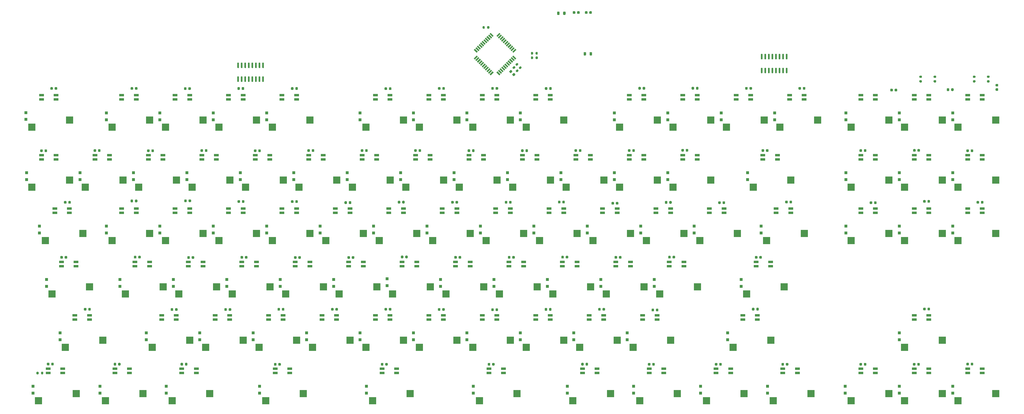
<source format=gbr>
%TF.GenerationSoftware,KiCad,Pcbnew,(5.1.8)-1*%
%TF.CreationDate,2022-08-08T12:33:42+10:00*%
%TF.ProjectId,tkl_keyboard,746b6c5f-6b65-4796-926f-6172642e6b69,rev?*%
%TF.SameCoordinates,Original*%
%TF.FileFunction,Paste,Bot*%
%TF.FilePolarity,Positive*%
%FSLAX46Y46*%
G04 Gerber Fmt 4.6, Leading zero omitted, Abs format (unit mm)*
G04 Created by KiCad (PCBNEW (5.1.8)-1) date 2022-08-08 12:33:42*
%MOMM*%
%LPD*%
G01*
G04 APERTURE LIST*
%ADD10R,1.800000X0.820000*%
%ADD11R,1.000000X1.000000*%
%ADD12R,2.550000X2.500000*%
%ADD13C,0.100000*%
G04 APERTURE END LIST*
%TO.C,U8*%
G36*
G01*
X287378000Y-74398000D02*
X287678000Y-74398000D01*
G75*
G02*
X287828000Y-74548000I0J-150000D01*
G01*
X287828000Y-76198000D01*
G75*
G02*
X287678000Y-76348000I-150000J0D01*
G01*
X287378000Y-76348000D01*
G75*
G02*
X287228000Y-76198000I0J150000D01*
G01*
X287228000Y-74548000D01*
G75*
G02*
X287378000Y-74398000I150000J0D01*
G01*
G37*
G36*
G01*
X288648000Y-74398000D02*
X288948000Y-74398000D01*
G75*
G02*
X289098000Y-74548000I0J-150000D01*
G01*
X289098000Y-76198000D01*
G75*
G02*
X288948000Y-76348000I-150000J0D01*
G01*
X288648000Y-76348000D01*
G75*
G02*
X288498000Y-76198000I0J150000D01*
G01*
X288498000Y-74548000D01*
G75*
G02*
X288648000Y-74398000I150000J0D01*
G01*
G37*
G36*
G01*
X289918000Y-74398000D02*
X290218000Y-74398000D01*
G75*
G02*
X290368000Y-74548000I0J-150000D01*
G01*
X290368000Y-76198000D01*
G75*
G02*
X290218000Y-76348000I-150000J0D01*
G01*
X289918000Y-76348000D01*
G75*
G02*
X289768000Y-76198000I0J150000D01*
G01*
X289768000Y-74548000D01*
G75*
G02*
X289918000Y-74398000I150000J0D01*
G01*
G37*
G36*
G01*
X291188000Y-74398000D02*
X291488000Y-74398000D01*
G75*
G02*
X291638000Y-74548000I0J-150000D01*
G01*
X291638000Y-76198000D01*
G75*
G02*
X291488000Y-76348000I-150000J0D01*
G01*
X291188000Y-76348000D01*
G75*
G02*
X291038000Y-76198000I0J150000D01*
G01*
X291038000Y-74548000D01*
G75*
G02*
X291188000Y-74398000I150000J0D01*
G01*
G37*
G36*
G01*
X292458000Y-74398000D02*
X292758000Y-74398000D01*
G75*
G02*
X292908000Y-74548000I0J-150000D01*
G01*
X292908000Y-76198000D01*
G75*
G02*
X292758000Y-76348000I-150000J0D01*
G01*
X292458000Y-76348000D01*
G75*
G02*
X292308000Y-76198000I0J150000D01*
G01*
X292308000Y-74548000D01*
G75*
G02*
X292458000Y-74398000I150000J0D01*
G01*
G37*
G36*
G01*
X293728000Y-74398000D02*
X294028000Y-74398000D01*
G75*
G02*
X294178000Y-74548000I0J-150000D01*
G01*
X294178000Y-76198000D01*
G75*
G02*
X294028000Y-76348000I-150000J0D01*
G01*
X293728000Y-76348000D01*
G75*
G02*
X293578000Y-76198000I0J150000D01*
G01*
X293578000Y-74548000D01*
G75*
G02*
X293728000Y-74398000I150000J0D01*
G01*
G37*
G36*
G01*
X294998000Y-74398000D02*
X295298000Y-74398000D01*
G75*
G02*
X295448000Y-74548000I0J-150000D01*
G01*
X295448000Y-76198000D01*
G75*
G02*
X295298000Y-76348000I-150000J0D01*
G01*
X294998000Y-76348000D01*
G75*
G02*
X294848000Y-76198000I0J150000D01*
G01*
X294848000Y-74548000D01*
G75*
G02*
X294998000Y-74398000I150000J0D01*
G01*
G37*
G36*
G01*
X296268000Y-74398000D02*
X296568000Y-74398000D01*
G75*
G02*
X296718000Y-74548000I0J-150000D01*
G01*
X296718000Y-76198000D01*
G75*
G02*
X296568000Y-76348000I-150000J0D01*
G01*
X296268000Y-76348000D01*
G75*
G02*
X296118000Y-76198000I0J150000D01*
G01*
X296118000Y-74548000D01*
G75*
G02*
X296268000Y-74398000I150000J0D01*
G01*
G37*
G36*
G01*
X296268000Y-69448000D02*
X296568000Y-69448000D01*
G75*
G02*
X296718000Y-69598000I0J-150000D01*
G01*
X296718000Y-71248000D01*
G75*
G02*
X296568000Y-71398000I-150000J0D01*
G01*
X296268000Y-71398000D01*
G75*
G02*
X296118000Y-71248000I0J150000D01*
G01*
X296118000Y-69598000D01*
G75*
G02*
X296268000Y-69448000I150000J0D01*
G01*
G37*
G36*
G01*
X294998000Y-69448000D02*
X295298000Y-69448000D01*
G75*
G02*
X295448000Y-69598000I0J-150000D01*
G01*
X295448000Y-71248000D01*
G75*
G02*
X295298000Y-71398000I-150000J0D01*
G01*
X294998000Y-71398000D01*
G75*
G02*
X294848000Y-71248000I0J150000D01*
G01*
X294848000Y-69598000D01*
G75*
G02*
X294998000Y-69448000I150000J0D01*
G01*
G37*
G36*
G01*
X293728000Y-69448000D02*
X294028000Y-69448000D01*
G75*
G02*
X294178000Y-69598000I0J-150000D01*
G01*
X294178000Y-71248000D01*
G75*
G02*
X294028000Y-71398000I-150000J0D01*
G01*
X293728000Y-71398000D01*
G75*
G02*
X293578000Y-71248000I0J150000D01*
G01*
X293578000Y-69598000D01*
G75*
G02*
X293728000Y-69448000I150000J0D01*
G01*
G37*
G36*
G01*
X292458000Y-69448000D02*
X292758000Y-69448000D01*
G75*
G02*
X292908000Y-69598000I0J-150000D01*
G01*
X292908000Y-71248000D01*
G75*
G02*
X292758000Y-71398000I-150000J0D01*
G01*
X292458000Y-71398000D01*
G75*
G02*
X292308000Y-71248000I0J150000D01*
G01*
X292308000Y-69598000D01*
G75*
G02*
X292458000Y-69448000I150000J0D01*
G01*
G37*
G36*
G01*
X291188000Y-69448000D02*
X291488000Y-69448000D01*
G75*
G02*
X291638000Y-69598000I0J-150000D01*
G01*
X291638000Y-71248000D01*
G75*
G02*
X291488000Y-71398000I-150000J0D01*
G01*
X291188000Y-71398000D01*
G75*
G02*
X291038000Y-71248000I0J150000D01*
G01*
X291038000Y-69598000D01*
G75*
G02*
X291188000Y-69448000I150000J0D01*
G01*
G37*
G36*
G01*
X289918000Y-69448000D02*
X290218000Y-69448000D01*
G75*
G02*
X290368000Y-69598000I0J-150000D01*
G01*
X290368000Y-71248000D01*
G75*
G02*
X290218000Y-71398000I-150000J0D01*
G01*
X289918000Y-71398000D01*
G75*
G02*
X289768000Y-71248000I0J150000D01*
G01*
X289768000Y-69598000D01*
G75*
G02*
X289918000Y-69448000I150000J0D01*
G01*
G37*
G36*
G01*
X288648000Y-69448000D02*
X288948000Y-69448000D01*
G75*
G02*
X289098000Y-69598000I0J-150000D01*
G01*
X289098000Y-71248000D01*
G75*
G02*
X288948000Y-71398000I-150000J0D01*
G01*
X288648000Y-71398000D01*
G75*
G02*
X288498000Y-71248000I0J150000D01*
G01*
X288498000Y-69598000D01*
G75*
G02*
X288648000Y-69448000I150000J0D01*
G01*
G37*
G36*
G01*
X287378000Y-69448000D02*
X287678000Y-69448000D01*
G75*
G02*
X287828000Y-69598000I0J-150000D01*
G01*
X287828000Y-71248000D01*
G75*
G02*
X287678000Y-71398000I-150000J0D01*
G01*
X287378000Y-71398000D01*
G75*
G02*
X287228000Y-71248000I0J150000D01*
G01*
X287228000Y-69598000D01*
G75*
G02*
X287378000Y-69448000I150000J0D01*
G01*
G37*
%TD*%
D10*
%TO.C,D193*%
X322837500Y-126162500D03*
X322837500Y-124662500D03*
X328037500Y-124662500D03*
X328037500Y-126162500D03*
%TD*%
%TO.C,D191*%
X366137500Y-181812500D03*
X366137500Y-183312500D03*
X360937500Y-183312500D03*
X360937500Y-181812500D03*
%TD*%
%TO.C,D190*%
X360937500Y-126162500D03*
X360937500Y-124662500D03*
X366137500Y-124662500D03*
X366137500Y-126162500D03*
%TD*%
%TO.C,D189*%
X360937500Y-85681250D03*
X360937500Y-84181250D03*
X366137500Y-84181250D03*
X366137500Y-85681250D03*
%TD*%
%TO.C,D188*%
X347087500Y-181812500D03*
X347087500Y-183312500D03*
X341887500Y-183312500D03*
X341887500Y-181812500D03*
%TD*%
%TO.C,D187*%
X341887500Y-164262500D03*
X341887500Y-162762500D03*
X347087500Y-162762500D03*
X347087500Y-164262500D03*
%TD*%
%TO.C,D186*%
X341887500Y-126162500D03*
X341887500Y-124662500D03*
X347087500Y-124662500D03*
X347087500Y-126162500D03*
%TD*%
%TO.C,D185*%
X341887500Y-85681250D03*
X341887500Y-84181250D03*
X347087500Y-84181250D03*
X347087500Y-85681250D03*
%TD*%
%TO.C,D184*%
X328037500Y-181812500D03*
X328037500Y-183312500D03*
X322837500Y-183312500D03*
X322837500Y-181812500D03*
%TD*%
%TO.C,D183*%
X328037500Y-105612500D03*
X328037500Y-107112500D03*
X322837500Y-107112500D03*
X322837500Y-105612500D03*
%TD*%
%TO.C,D182*%
X292675000Y-126162500D03*
X292675000Y-124662500D03*
X297875000Y-124662500D03*
X297875000Y-126162500D03*
%TD*%
%TO.C,D181*%
X322837500Y-85681250D03*
X322837500Y-84181250D03*
X328037500Y-84181250D03*
X328037500Y-85681250D03*
%TD*%
%TO.C,D179*%
X300256250Y-181812500D03*
X300256250Y-183312500D03*
X295056250Y-183312500D03*
X295056250Y-181812500D03*
%TD*%
%TO.C,D178*%
X290731250Y-143712500D03*
X290731250Y-145212500D03*
X285531250Y-145212500D03*
X285531250Y-143712500D03*
%TD*%
%TO.C,D177*%
X280768750Y-164262500D03*
X280768750Y-162762500D03*
X285968750Y-162762500D03*
X285968750Y-164262500D03*
%TD*%
%TO.C,D176*%
X268862500Y-126162500D03*
X268862500Y-124662500D03*
X274062500Y-124662500D03*
X274062500Y-126162500D03*
%TD*%
%TO.C,D175*%
X297437500Y-85681250D03*
X297437500Y-84181250D03*
X302637500Y-84181250D03*
X302637500Y-85681250D03*
%TD*%
%TO.C,D173*%
X276443750Y-181812500D03*
X276443750Y-183312500D03*
X271243750Y-183312500D03*
X271243750Y-181812500D03*
%TD*%
%TO.C,D172*%
X259775000Y-143712500D03*
X259775000Y-145212500D03*
X254575000Y-145212500D03*
X254575000Y-143712500D03*
%TD*%
%TO.C,D171*%
X245487500Y-105612500D03*
X245487500Y-107112500D03*
X240287500Y-107112500D03*
X240287500Y-105612500D03*
%TD*%
%TO.C,D170*%
X245050000Y-164262500D03*
X245050000Y-162762500D03*
X250250000Y-162762500D03*
X250250000Y-164262500D03*
%TD*%
%TO.C,D169*%
X249812500Y-126162500D03*
X249812500Y-124662500D03*
X255012500Y-124662500D03*
X255012500Y-126162500D03*
%TD*%
%TO.C,D168*%
X278387500Y-85681250D03*
X278387500Y-84181250D03*
X283587500Y-84181250D03*
X283587500Y-85681250D03*
%TD*%
%TO.C,D166*%
X252631250Y-181812500D03*
X252631250Y-183312500D03*
X247431250Y-183312500D03*
X247431250Y-181812500D03*
%TD*%
%TO.C,D165*%
X240725000Y-143712500D03*
X240725000Y-145212500D03*
X235525000Y-145212500D03*
X235525000Y-143712500D03*
%TD*%
%TO.C,D164*%
X226437500Y-105612500D03*
X226437500Y-107112500D03*
X221237500Y-107112500D03*
X221237500Y-105612500D03*
%TD*%
%TO.C,D163*%
X226000000Y-164262500D03*
X226000000Y-162762500D03*
X231200000Y-162762500D03*
X231200000Y-164262500D03*
%TD*%
%TO.C,D162*%
X230762500Y-126162500D03*
X230762500Y-124662500D03*
X235962500Y-124662500D03*
X235962500Y-126162500D03*
%TD*%
%TO.C,D161*%
X259337500Y-85681250D03*
X259337500Y-84181250D03*
X264537500Y-84181250D03*
X264537500Y-85681250D03*
%TD*%
%TO.C,D159*%
X228818750Y-181812500D03*
X228818750Y-183312500D03*
X223618750Y-183312500D03*
X223618750Y-181812500D03*
%TD*%
%TO.C,D158*%
X221675000Y-143712500D03*
X221675000Y-145212500D03*
X216475000Y-145212500D03*
X216475000Y-143712500D03*
%TD*%
%TO.C,D157*%
X207387500Y-105612500D03*
X207387500Y-107112500D03*
X202187500Y-107112500D03*
X202187500Y-105612500D03*
%TD*%
%TO.C,D156*%
X206950000Y-164262500D03*
X206950000Y-162762500D03*
X212150000Y-162762500D03*
X212150000Y-164262500D03*
%TD*%
%TO.C,D155*%
X211712500Y-126162500D03*
X211712500Y-124662500D03*
X216912500Y-124662500D03*
X216912500Y-126162500D03*
%TD*%
%TO.C,D154*%
X240287500Y-85681250D03*
X240287500Y-84181250D03*
X245487500Y-84181250D03*
X245487500Y-85681250D03*
%TD*%
%TO.C,D153*%
X195481250Y-181812500D03*
X195481250Y-183312500D03*
X190281250Y-183312500D03*
X190281250Y-181812500D03*
%TD*%
%TO.C,D152*%
X202625000Y-143712500D03*
X202625000Y-145212500D03*
X197425000Y-145212500D03*
X197425000Y-143712500D03*
%TD*%
%TO.C,D151*%
X188337500Y-105612500D03*
X188337500Y-107112500D03*
X183137500Y-107112500D03*
X183137500Y-105612500D03*
%TD*%
%TO.C,D150*%
X187900000Y-164262500D03*
X187900000Y-162762500D03*
X193100000Y-162762500D03*
X193100000Y-164262500D03*
%TD*%
%TO.C,D149*%
X192662500Y-126162500D03*
X192662500Y-124662500D03*
X197862500Y-124662500D03*
X197862500Y-126162500D03*
%TD*%
%TO.C,D148*%
X206950000Y-85681250D03*
X206950000Y-84181250D03*
X212150000Y-84181250D03*
X212150000Y-85681250D03*
%TD*%
%TO.C,D147*%
X183575000Y-143712500D03*
X183575000Y-145212500D03*
X178375000Y-145212500D03*
X178375000Y-143712500D03*
%TD*%
%TO.C,D146*%
X169287500Y-105612500D03*
X169287500Y-107112500D03*
X164087500Y-107112500D03*
X164087500Y-105612500D03*
%TD*%
%TO.C,D145*%
X168850000Y-164262500D03*
X168850000Y-162762500D03*
X174050000Y-162762500D03*
X174050000Y-164262500D03*
%TD*%
%TO.C,D144*%
X173612500Y-126162500D03*
X173612500Y-124662500D03*
X178812500Y-124662500D03*
X178812500Y-126162500D03*
%TD*%
%TO.C,D143*%
X187900000Y-85681250D03*
X187900000Y-84181250D03*
X193100000Y-84181250D03*
X193100000Y-85681250D03*
%TD*%
%TO.C,D142*%
X157381250Y-181812500D03*
X157381250Y-183312500D03*
X152181250Y-183312500D03*
X152181250Y-181812500D03*
%TD*%
%TO.C,D141*%
X164525000Y-143712500D03*
X164525000Y-145212500D03*
X159325000Y-145212500D03*
X159325000Y-143712500D03*
%TD*%
%TO.C,D140*%
X150237500Y-105612500D03*
X150237500Y-107112500D03*
X145037500Y-107112500D03*
X145037500Y-105612500D03*
%TD*%
%TO.C,D139*%
X149800000Y-164262500D03*
X149800000Y-162762500D03*
X155000000Y-162762500D03*
X155000000Y-164262500D03*
%TD*%
%TO.C,D138*%
X154562500Y-126162500D03*
X154562500Y-124662500D03*
X159762500Y-124662500D03*
X159762500Y-126162500D03*
%TD*%
%TO.C,D137*%
X168850000Y-85681250D03*
X168850000Y-84181250D03*
X174050000Y-84181250D03*
X174050000Y-85681250D03*
%TD*%
%TO.C,D136*%
X145475000Y-143712500D03*
X145475000Y-145212500D03*
X140275000Y-145212500D03*
X140275000Y-143712500D03*
%TD*%
%TO.C,D135*%
X131187500Y-105612500D03*
X131187500Y-107112500D03*
X125987500Y-107112500D03*
X125987500Y-105612500D03*
%TD*%
%TO.C,D134*%
X130750000Y-164262500D03*
X130750000Y-162762500D03*
X135950000Y-162762500D03*
X135950000Y-164262500D03*
%TD*%
%TO.C,D133*%
X135512500Y-126162500D03*
X135512500Y-124662500D03*
X140712500Y-124662500D03*
X140712500Y-126162500D03*
%TD*%
%TO.C,D132*%
X149800000Y-85681250D03*
X149800000Y-84181250D03*
X155000000Y-84181250D03*
X155000000Y-85681250D03*
%TD*%
%TO.C,D131*%
X119281250Y-181812500D03*
X119281250Y-183312500D03*
X114081250Y-183312500D03*
X114081250Y-181812500D03*
%TD*%
%TO.C,D130*%
X126425000Y-143712500D03*
X126425000Y-145212500D03*
X121225000Y-145212500D03*
X121225000Y-143712500D03*
%TD*%
%TO.C,D129*%
X112137500Y-105612500D03*
X112137500Y-107112500D03*
X106937500Y-107112500D03*
X106937500Y-105612500D03*
%TD*%
%TO.C,D128*%
X111700000Y-164262500D03*
X111700000Y-162762500D03*
X116900000Y-162762500D03*
X116900000Y-164262500D03*
%TD*%
%TO.C,D127*%
X116462500Y-126162500D03*
X116462500Y-124662500D03*
X121662500Y-124662500D03*
X121662500Y-126162500D03*
%TD*%
%TO.C,D126*%
X116462500Y-85681250D03*
X116462500Y-84181250D03*
X121662500Y-84181250D03*
X121662500Y-85681250D03*
%TD*%
%TO.C,D125*%
X107375000Y-143712500D03*
X107375000Y-145212500D03*
X102175000Y-145212500D03*
X102175000Y-143712500D03*
%TD*%
%TO.C,D124*%
X93087500Y-105612500D03*
X93087500Y-107112500D03*
X87887500Y-107112500D03*
X87887500Y-105612500D03*
%TD*%
%TO.C,D123*%
X92650000Y-164262500D03*
X92650000Y-162762500D03*
X97850000Y-162762500D03*
X97850000Y-164262500D03*
%TD*%
%TO.C,D122*%
X97412500Y-126162500D03*
X97412500Y-124662500D03*
X102612500Y-124662500D03*
X102612500Y-126162500D03*
%TD*%
%TO.C,D121*%
X85943750Y-181812500D03*
X85943750Y-183312500D03*
X80743750Y-183312500D03*
X80743750Y-181812500D03*
%TD*%
%TO.C,D120*%
X88325000Y-143712500D03*
X88325000Y-145212500D03*
X83125000Y-145212500D03*
X83125000Y-143712500D03*
%TD*%
%TO.C,D27*%
X74037500Y-105612500D03*
X74037500Y-107112500D03*
X68837500Y-107112500D03*
X68837500Y-105612500D03*
%TD*%
%TO.C,D26*%
X366137500Y-105612500D03*
X366137500Y-107112500D03*
X360937500Y-107112500D03*
X360937500Y-105612500D03*
%TD*%
%TO.C,D25*%
X73600000Y-164262500D03*
X73600000Y-162762500D03*
X78800000Y-162762500D03*
X78800000Y-164262500D03*
%TD*%
%TO.C,D24*%
X78362500Y-126162500D03*
X78362500Y-124662500D03*
X83562500Y-124662500D03*
X83562500Y-126162500D03*
%TD*%
%TO.C,D23*%
X97412500Y-85681250D03*
X97412500Y-84181250D03*
X102612500Y-84181250D03*
X102612500Y-85681250D03*
%TD*%
%TO.C,D20*%
X69275000Y-143712500D03*
X69275000Y-145212500D03*
X64075000Y-145212500D03*
X64075000Y-143712500D03*
%TD*%
%TO.C,D19*%
X347087500Y-105612500D03*
X347087500Y-107112500D03*
X341887500Y-107112500D03*
X341887500Y-105612500D03*
%TD*%
%TO.C,D18*%
X54987500Y-105612500D03*
X54987500Y-107112500D03*
X49787500Y-107112500D03*
X49787500Y-105612500D03*
%TD*%
%TO.C,D17*%
X62131250Y-181812500D03*
X62131250Y-183312500D03*
X56931250Y-183312500D03*
X56931250Y-181812500D03*
%TD*%
%TO.C,D16*%
X78362500Y-85681250D03*
X78362500Y-84181250D03*
X83562500Y-84181250D03*
X83562500Y-85681250D03*
%TD*%
%TO.C,D13*%
X59312500Y-126162500D03*
X59312500Y-124662500D03*
X64512500Y-124662500D03*
X64512500Y-126162500D03*
%TD*%
%TO.C,D12*%
X293112500Y-105612500D03*
X293112500Y-107112500D03*
X287912500Y-107112500D03*
X287912500Y-105612500D03*
%TD*%
%TO.C,D11*%
X38318750Y-181812500D03*
X38318750Y-183312500D03*
X33118750Y-183312500D03*
X33118750Y-181812500D03*
%TD*%
%TO.C,D10*%
X43081250Y-143712500D03*
X43081250Y-145212500D03*
X37881250Y-145212500D03*
X37881250Y-143712500D03*
%TD*%
%TO.C,D9*%
X59312500Y-85681250D03*
X59312500Y-84181250D03*
X64512500Y-84181250D03*
X64512500Y-85681250D03*
%TD*%
%TO.C,D7*%
X35937500Y-105612500D03*
X35937500Y-107112500D03*
X30737500Y-107112500D03*
X30737500Y-105612500D03*
%TD*%
%TO.C,D6*%
X264537500Y-105612500D03*
X264537500Y-107112500D03*
X259337500Y-107112500D03*
X259337500Y-105612500D03*
%TD*%
%TO.C,D5*%
X42643750Y-164262500D03*
X42643750Y-162762500D03*
X47843750Y-162762500D03*
X47843750Y-164262500D03*
%TD*%
%TO.C,D4*%
X35500000Y-126162500D03*
X35500000Y-124662500D03*
X40700000Y-124662500D03*
X40700000Y-126162500D03*
%TD*%
%TO.C,D3*%
X30737500Y-85681250D03*
X30737500Y-84181250D03*
X35937500Y-84181250D03*
X35937500Y-85681250D03*
%TD*%
%TO.C,R7*%
G36*
G01*
X206883320Y-71110520D02*
X206883320Y-70560520D01*
G75*
G02*
X207083320Y-70360520I200000J0D01*
G01*
X207483320Y-70360520D01*
G75*
G02*
X207683320Y-70560520I0J-200000D01*
G01*
X207683320Y-71110520D01*
G75*
G02*
X207483320Y-71310520I-200000J0D01*
G01*
X207083320Y-71310520D01*
G75*
G02*
X206883320Y-71110520I0J200000D01*
G01*
G37*
G36*
G01*
X205233320Y-71110520D02*
X205233320Y-70560520D01*
G75*
G02*
X205433320Y-70360520I200000J0D01*
G01*
X205833320Y-70360520D01*
G75*
G02*
X206033320Y-70560520I0J-200000D01*
G01*
X206033320Y-71110520D01*
G75*
G02*
X205833320Y-71310520I-200000J0D01*
G01*
X205433320Y-71310520D01*
G75*
G02*
X205233320Y-71110520I0J200000D01*
G01*
G37*
%TD*%
%TO.C,R4*%
G36*
G01*
X206878240Y-69495080D02*
X206878240Y-68945080D01*
G75*
G02*
X207078240Y-68745080I200000J0D01*
G01*
X207478240Y-68745080D01*
G75*
G02*
X207678240Y-68945080I0J-200000D01*
G01*
X207678240Y-69495080D01*
G75*
G02*
X207478240Y-69695080I-200000J0D01*
G01*
X207078240Y-69695080D01*
G75*
G02*
X206878240Y-69495080I0J200000D01*
G01*
G37*
G36*
G01*
X205228240Y-69495080D02*
X205228240Y-68945080D01*
G75*
G02*
X205428240Y-68745080I200000J0D01*
G01*
X205828240Y-68745080D01*
G75*
G02*
X206028240Y-68945080I0J-200000D01*
G01*
X206028240Y-69495080D01*
G75*
G02*
X205828240Y-69695080I-200000J0D01*
G01*
X205428240Y-69695080D01*
G75*
G02*
X205228240Y-69495080I0J200000D01*
G01*
G37*
%TD*%
D11*
%TO.C,D35*%
X32512000Y-152400000D03*
X32512000Y-150000000D03*
%TD*%
%TO.C,U7*%
G36*
G01*
X100688000Y-77496800D02*
X100988000Y-77496800D01*
G75*
G02*
X101138000Y-77646800I0J-150000D01*
G01*
X101138000Y-79296800D01*
G75*
G02*
X100988000Y-79446800I-150000J0D01*
G01*
X100688000Y-79446800D01*
G75*
G02*
X100538000Y-79296800I0J150000D01*
G01*
X100538000Y-77646800D01*
G75*
G02*
X100688000Y-77496800I150000J0D01*
G01*
G37*
G36*
G01*
X101958000Y-77496800D02*
X102258000Y-77496800D01*
G75*
G02*
X102408000Y-77646800I0J-150000D01*
G01*
X102408000Y-79296800D01*
G75*
G02*
X102258000Y-79446800I-150000J0D01*
G01*
X101958000Y-79446800D01*
G75*
G02*
X101808000Y-79296800I0J150000D01*
G01*
X101808000Y-77646800D01*
G75*
G02*
X101958000Y-77496800I150000J0D01*
G01*
G37*
G36*
G01*
X103228000Y-77496800D02*
X103528000Y-77496800D01*
G75*
G02*
X103678000Y-77646800I0J-150000D01*
G01*
X103678000Y-79296800D01*
G75*
G02*
X103528000Y-79446800I-150000J0D01*
G01*
X103228000Y-79446800D01*
G75*
G02*
X103078000Y-79296800I0J150000D01*
G01*
X103078000Y-77646800D01*
G75*
G02*
X103228000Y-77496800I150000J0D01*
G01*
G37*
G36*
G01*
X104498000Y-77496800D02*
X104798000Y-77496800D01*
G75*
G02*
X104948000Y-77646800I0J-150000D01*
G01*
X104948000Y-79296800D01*
G75*
G02*
X104798000Y-79446800I-150000J0D01*
G01*
X104498000Y-79446800D01*
G75*
G02*
X104348000Y-79296800I0J150000D01*
G01*
X104348000Y-77646800D01*
G75*
G02*
X104498000Y-77496800I150000J0D01*
G01*
G37*
G36*
G01*
X105768000Y-77496800D02*
X106068000Y-77496800D01*
G75*
G02*
X106218000Y-77646800I0J-150000D01*
G01*
X106218000Y-79296800D01*
G75*
G02*
X106068000Y-79446800I-150000J0D01*
G01*
X105768000Y-79446800D01*
G75*
G02*
X105618000Y-79296800I0J150000D01*
G01*
X105618000Y-77646800D01*
G75*
G02*
X105768000Y-77496800I150000J0D01*
G01*
G37*
G36*
G01*
X107038000Y-77496800D02*
X107338000Y-77496800D01*
G75*
G02*
X107488000Y-77646800I0J-150000D01*
G01*
X107488000Y-79296800D01*
G75*
G02*
X107338000Y-79446800I-150000J0D01*
G01*
X107038000Y-79446800D01*
G75*
G02*
X106888000Y-79296800I0J150000D01*
G01*
X106888000Y-77646800D01*
G75*
G02*
X107038000Y-77496800I150000J0D01*
G01*
G37*
G36*
G01*
X108308000Y-77496800D02*
X108608000Y-77496800D01*
G75*
G02*
X108758000Y-77646800I0J-150000D01*
G01*
X108758000Y-79296800D01*
G75*
G02*
X108608000Y-79446800I-150000J0D01*
G01*
X108308000Y-79446800D01*
G75*
G02*
X108158000Y-79296800I0J150000D01*
G01*
X108158000Y-77646800D01*
G75*
G02*
X108308000Y-77496800I150000J0D01*
G01*
G37*
G36*
G01*
X109578000Y-77496800D02*
X109878000Y-77496800D01*
G75*
G02*
X110028000Y-77646800I0J-150000D01*
G01*
X110028000Y-79296800D01*
G75*
G02*
X109878000Y-79446800I-150000J0D01*
G01*
X109578000Y-79446800D01*
G75*
G02*
X109428000Y-79296800I0J150000D01*
G01*
X109428000Y-77646800D01*
G75*
G02*
X109578000Y-77496800I150000J0D01*
G01*
G37*
G36*
G01*
X109578000Y-72546800D02*
X109878000Y-72546800D01*
G75*
G02*
X110028000Y-72696800I0J-150000D01*
G01*
X110028000Y-74346800D01*
G75*
G02*
X109878000Y-74496800I-150000J0D01*
G01*
X109578000Y-74496800D01*
G75*
G02*
X109428000Y-74346800I0J150000D01*
G01*
X109428000Y-72696800D01*
G75*
G02*
X109578000Y-72546800I150000J0D01*
G01*
G37*
G36*
G01*
X108308000Y-72546800D02*
X108608000Y-72546800D01*
G75*
G02*
X108758000Y-72696800I0J-150000D01*
G01*
X108758000Y-74346800D01*
G75*
G02*
X108608000Y-74496800I-150000J0D01*
G01*
X108308000Y-74496800D01*
G75*
G02*
X108158000Y-74346800I0J150000D01*
G01*
X108158000Y-72696800D01*
G75*
G02*
X108308000Y-72546800I150000J0D01*
G01*
G37*
G36*
G01*
X107038000Y-72546800D02*
X107338000Y-72546800D01*
G75*
G02*
X107488000Y-72696800I0J-150000D01*
G01*
X107488000Y-74346800D01*
G75*
G02*
X107338000Y-74496800I-150000J0D01*
G01*
X107038000Y-74496800D01*
G75*
G02*
X106888000Y-74346800I0J150000D01*
G01*
X106888000Y-72696800D01*
G75*
G02*
X107038000Y-72546800I150000J0D01*
G01*
G37*
G36*
G01*
X105768000Y-72546800D02*
X106068000Y-72546800D01*
G75*
G02*
X106218000Y-72696800I0J-150000D01*
G01*
X106218000Y-74346800D01*
G75*
G02*
X106068000Y-74496800I-150000J0D01*
G01*
X105768000Y-74496800D01*
G75*
G02*
X105618000Y-74346800I0J150000D01*
G01*
X105618000Y-72696800D01*
G75*
G02*
X105768000Y-72546800I150000J0D01*
G01*
G37*
G36*
G01*
X104498000Y-72546800D02*
X104798000Y-72546800D01*
G75*
G02*
X104948000Y-72696800I0J-150000D01*
G01*
X104948000Y-74346800D01*
G75*
G02*
X104798000Y-74496800I-150000J0D01*
G01*
X104498000Y-74496800D01*
G75*
G02*
X104348000Y-74346800I0J150000D01*
G01*
X104348000Y-72696800D01*
G75*
G02*
X104498000Y-72546800I150000J0D01*
G01*
G37*
G36*
G01*
X103228000Y-72546800D02*
X103528000Y-72546800D01*
G75*
G02*
X103678000Y-72696800I0J-150000D01*
G01*
X103678000Y-74346800D01*
G75*
G02*
X103528000Y-74496800I-150000J0D01*
G01*
X103228000Y-74496800D01*
G75*
G02*
X103078000Y-74346800I0J150000D01*
G01*
X103078000Y-72696800D01*
G75*
G02*
X103228000Y-72546800I150000J0D01*
G01*
G37*
G36*
G01*
X101958000Y-72546800D02*
X102258000Y-72546800D01*
G75*
G02*
X102408000Y-72696800I0J-150000D01*
G01*
X102408000Y-74346800D01*
G75*
G02*
X102258000Y-74496800I-150000J0D01*
G01*
X101958000Y-74496800D01*
G75*
G02*
X101808000Y-74346800I0J150000D01*
G01*
X101808000Y-72696800D01*
G75*
G02*
X101958000Y-72546800I150000J0D01*
G01*
G37*
G36*
G01*
X100688000Y-72546800D02*
X100988000Y-72546800D01*
G75*
G02*
X101138000Y-72696800I0J-150000D01*
G01*
X101138000Y-74346800D01*
G75*
G02*
X100988000Y-74496800I-150000J0D01*
G01*
X100688000Y-74496800D01*
G75*
G02*
X100538000Y-74346800I0J150000D01*
G01*
X100538000Y-72696800D01*
G75*
G02*
X100688000Y-72546800I150000J0D01*
G01*
G37*
%TD*%
%TO.C,C43*%
G36*
G01*
X198630233Y-76695187D02*
X198983787Y-76341633D01*
G75*
G02*
X199301985Y-76341633I159099J-159099D01*
G01*
X199620183Y-76659831D01*
G75*
G02*
X199620183Y-76978029I-159099J-159099D01*
G01*
X199266629Y-77331583D01*
G75*
G02*
X198948431Y-77331583I-159099J159099D01*
G01*
X198630233Y-77013385D01*
G75*
G02*
X198630233Y-76695187I159099J159099D01*
G01*
G37*
G36*
G01*
X197534217Y-75599171D02*
X197887771Y-75245617D01*
G75*
G02*
X198205969Y-75245617I159099J-159099D01*
G01*
X198524167Y-75563815D01*
G75*
G02*
X198524167Y-75882013I-159099J-159099D01*
G01*
X198170613Y-76235567D01*
G75*
G02*
X197852415Y-76235567I-159099J159099D01*
G01*
X197534217Y-75917369D01*
G75*
G02*
X197534217Y-75599171I159099J159099D01*
G01*
G37*
%TD*%
%TO.C,R23*%
G36*
G01*
X188791800Y-59745200D02*
X188791800Y-60295200D01*
G75*
G02*
X188591800Y-60495200I-200000J0D01*
G01*
X188191800Y-60495200D01*
G75*
G02*
X187991800Y-60295200I0J200000D01*
G01*
X187991800Y-59745200D01*
G75*
G02*
X188191800Y-59545200I200000J0D01*
G01*
X188591800Y-59545200D01*
G75*
G02*
X188791800Y-59745200I0J-200000D01*
G01*
G37*
G36*
G01*
X190441800Y-59745200D02*
X190441800Y-60295200D01*
G75*
G02*
X190241800Y-60495200I-200000J0D01*
G01*
X189841800Y-60495200D01*
G75*
G02*
X189641800Y-60295200I0J200000D01*
G01*
X189641800Y-59745200D01*
G75*
G02*
X189841800Y-59545200I200000J0D01*
G01*
X190241800Y-59545200D01*
G75*
G02*
X190441800Y-59745200I0J-200000D01*
G01*
G37*
%TD*%
%TO.C,C60*%
G36*
G01*
X345991000Y-160252600D02*
X345991000Y-160752600D01*
G75*
G02*
X345766000Y-160977600I-225000J0D01*
G01*
X345316000Y-160977600D01*
G75*
G02*
X345091000Y-160752600I0J225000D01*
G01*
X345091000Y-160252600D01*
G75*
G02*
X345316000Y-160027600I225000J0D01*
G01*
X345766000Y-160027600D01*
G75*
G02*
X345991000Y-160252600I0J-225000D01*
G01*
G37*
G36*
G01*
X347541000Y-160252600D02*
X347541000Y-160752600D01*
G75*
G02*
X347316000Y-160977600I-225000J0D01*
G01*
X346866000Y-160977600D01*
G75*
G02*
X346641000Y-160752600I0J225000D01*
G01*
X346641000Y-160252600D01*
G75*
G02*
X346866000Y-160027600I225000J0D01*
G01*
X347316000Y-160027600D01*
G75*
G02*
X347541000Y-160252600I0J-225000D01*
G01*
G37*
%TD*%
D12*
%TO.C,SW93*%
X319422500Y-136048750D03*
X332847500Y-133508750D03*
%TD*%
%TO.C,SW74*%
X277353750Y-174148750D03*
X290778750Y-171608750D03*
%TD*%
D11*
%TO.C,D192*%
X317500000Y-130950000D03*
X317500000Y-133350000D03*
%TD*%
%TO.C,C1*%
G36*
G01*
X221059160Y-54451440D02*
X221059160Y-54951440D01*
G75*
G02*
X220834160Y-55176440I-225000J0D01*
G01*
X220384160Y-55176440D01*
G75*
G02*
X220159160Y-54951440I0J225000D01*
G01*
X220159160Y-54451440D01*
G75*
G02*
X220384160Y-54226440I225000J0D01*
G01*
X220834160Y-54226440D01*
G75*
G02*
X221059160Y-54451440I0J-225000D01*
G01*
G37*
G36*
G01*
X222609160Y-54451440D02*
X222609160Y-54951440D01*
G75*
G02*
X222384160Y-55176440I-225000J0D01*
G01*
X221934160Y-55176440D01*
G75*
G02*
X221709160Y-54951440I0J225000D01*
G01*
X221709160Y-54451440D01*
G75*
G02*
X221934160Y-54226440I225000J0D01*
G01*
X222384160Y-54226440D01*
G75*
G02*
X222609160Y-54451440I0J-225000D01*
G01*
G37*
%TD*%
%TO.C,C2*%
G36*
G01*
X224501960Y-54951440D02*
X224501960Y-54451440D01*
G75*
G02*
X224726960Y-54226440I225000J0D01*
G01*
X225176960Y-54226440D01*
G75*
G02*
X225401960Y-54451440I0J-225000D01*
G01*
X225401960Y-54951440D01*
G75*
G02*
X225176960Y-55176440I-225000J0D01*
G01*
X224726960Y-55176440D01*
G75*
G02*
X224501960Y-54951440I0J225000D01*
G01*
G37*
G36*
G01*
X226051960Y-54951440D02*
X226051960Y-54451440D01*
G75*
G02*
X226276960Y-54226440I225000J0D01*
G01*
X226726960Y-54226440D01*
G75*
G02*
X226951960Y-54451440I0J-225000D01*
G01*
X226951960Y-54951440D01*
G75*
G02*
X226726960Y-55176440I-225000J0D01*
G01*
X226276960Y-55176440D01*
G75*
G02*
X226051960Y-54951440I0J225000D01*
G01*
G37*
%TD*%
%TO.C,C9*%
G36*
G01*
X113621400Y-180488400D02*
X113621400Y-179988400D01*
G75*
G02*
X113846400Y-179763400I225000J0D01*
G01*
X114296400Y-179763400D01*
G75*
G02*
X114521400Y-179988400I0J-225000D01*
G01*
X114521400Y-180488400D01*
G75*
G02*
X114296400Y-180713400I-225000J0D01*
G01*
X113846400Y-180713400D01*
G75*
G02*
X113621400Y-180488400I0J225000D01*
G01*
G37*
G36*
G01*
X115171400Y-180488400D02*
X115171400Y-179988400D01*
G75*
G02*
X115396400Y-179763400I225000J0D01*
G01*
X115846400Y-179763400D01*
G75*
G02*
X116071400Y-179988400I0J-225000D01*
G01*
X116071400Y-180488400D01*
G75*
G02*
X115846400Y-180713400I-225000J0D01*
G01*
X115396400Y-180713400D01*
G75*
G02*
X115171400Y-180488400I0J225000D01*
G01*
G37*
%TD*%
%TO.C,C10*%
G36*
G01*
X235071500Y-142299500D02*
X235071500Y-141799500D01*
G75*
G02*
X235296500Y-141574500I225000J0D01*
G01*
X235746500Y-141574500D01*
G75*
G02*
X235971500Y-141799500I0J-225000D01*
G01*
X235971500Y-142299500D01*
G75*
G02*
X235746500Y-142524500I-225000J0D01*
G01*
X235296500Y-142524500D01*
G75*
G02*
X235071500Y-142299500I0J225000D01*
G01*
G37*
G36*
G01*
X236621500Y-142299500D02*
X236621500Y-141799500D01*
G75*
G02*
X236846500Y-141574500I225000J0D01*
G01*
X237296500Y-141574500D01*
G75*
G02*
X237521500Y-141799500I0J-225000D01*
G01*
X237521500Y-142299500D01*
G75*
G02*
X237296500Y-142524500I-225000J0D01*
G01*
X236846500Y-142524500D01*
G75*
G02*
X236621500Y-142299500I0J225000D01*
G01*
G37*
%TD*%
%TO.C,C11*%
G36*
G01*
X77716800Y-160430400D02*
X77716800Y-160930400D01*
G75*
G02*
X77491800Y-161155400I-225000J0D01*
G01*
X77041800Y-161155400D01*
G75*
G02*
X76816800Y-160930400I0J225000D01*
G01*
X76816800Y-160430400D01*
G75*
G02*
X77041800Y-160205400I225000J0D01*
G01*
X77491800Y-160205400D01*
G75*
G02*
X77716800Y-160430400I0J-225000D01*
G01*
G37*
G36*
G01*
X79266800Y-160430400D02*
X79266800Y-160930400D01*
G75*
G02*
X79041800Y-161155400I-225000J0D01*
G01*
X78591800Y-161155400D01*
G75*
G02*
X78366800Y-160930400I0J225000D01*
G01*
X78366800Y-160430400D01*
G75*
G02*
X78591800Y-160205400I225000J0D01*
G01*
X79041800Y-160205400D01*
G75*
G02*
X79266800Y-160430400I0J-225000D01*
G01*
G37*
%TD*%
%TO.C,C12*%
G36*
G01*
X122141400Y-121924000D02*
X122141400Y-122424000D01*
G75*
G02*
X121916400Y-122649000I-225000J0D01*
G01*
X121466400Y-122649000D01*
G75*
G02*
X121241400Y-122424000I0J225000D01*
G01*
X121241400Y-121924000D01*
G75*
G02*
X121466400Y-121699000I225000J0D01*
G01*
X121916400Y-121699000D01*
G75*
G02*
X122141400Y-121924000I0J-225000D01*
G01*
G37*
G36*
G01*
X120591400Y-121924000D02*
X120591400Y-122424000D01*
G75*
G02*
X120366400Y-122649000I-225000J0D01*
G01*
X119916400Y-122649000D01*
G75*
G02*
X119691400Y-122424000I0J225000D01*
G01*
X119691400Y-121924000D01*
G75*
G02*
X119916400Y-121699000I225000J0D01*
G01*
X120366400Y-121699000D01*
G75*
G02*
X120591400Y-121924000I0J-225000D01*
G01*
G37*
%TD*%
%TO.C,C13*%
G36*
G01*
X286659500Y-142299500D02*
X286659500Y-141799500D01*
G75*
G02*
X286884500Y-141574500I225000J0D01*
G01*
X287334500Y-141574500D01*
G75*
G02*
X287559500Y-141799500I0J-225000D01*
G01*
X287559500Y-142299500D01*
G75*
G02*
X287334500Y-142524500I-225000J0D01*
G01*
X286884500Y-142524500D01*
G75*
G02*
X286659500Y-142299500I0J225000D01*
G01*
G37*
G36*
G01*
X285109500Y-142299500D02*
X285109500Y-141799500D01*
G75*
G02*
X285334500Y-141574500I225000J0D01*
G01*
X285784500Y-141574500D01*
G75*
G02*
X286009500Y-141799500I0J-225000D01*
G01*
X286009500Y-142299500D01*
G75*
G02*
X285784500Y-142524500I-225000J0D01*
G01*
X285334500Y-142524500D01*
G75*
G02*
X285109500Y-142299500I0J225000D01*
G01*
G37*
%TD*%
%TO.C,C14*%
G36*
G01*
X139654100Y-122279600D02*
X139654100Y-122779600D01*
G75*
G02*
X139429100Y-123004600I-225000J0D01*
G01*
X138979100Y-123004600D01*
G75*
G02*
X138754100Y-122779600I0J225000D01*
G01*
X138754100Y-122279600D01*
G75*
G02*
X138979100Y-122054600I225000J0D01*
G01*
X139429100Y-122054600D01*
G75*
G02*
X139654100Y-122279600I0J-225000D01*
G01*
G37*
G36*
G01*
X141204100Y-122279600D02*
X141204100Y-122779600D01*
G75*
G02*
X140979100Y-123004600I-225000J0D01*
G01*
X140529100Y-123004600D01*
G75*
G02*
X140304100Y-122779600I0J225000D01*
G01*
X140304100Y-122279600D01*
G75*
G02*
X140529100Y-122054600I225000J0D01*
G01*
X140979100Y-122054600D01*
G75*
G02*
X141204100Y-122279600I0J-225000D01*
G01*
G37*
%TD*%
%TO.C,C15*%
G36*
G01*
X248496000Y-180463000D02*
X248496000Y-179963000D01*
G75*
G02*
X248721000Y-179738000I225000J0D01*
G01*
X249171000Y-179738000D01*
G75*
G02*
X249396000Y-179963000I0J-225000D01*
G01*
X249396000Y-180463000D01*
G75*
G02*
X249171000Y-180688000I-225000J0D01*
G01*
X248721000Y-180688000D01*
G75*
G02*
X248496000Y-180463000I0J225000D01*
G01*
G37*
G36*
G01*
X246946000Y-180463000D02*
X246946000Y-179963000D01*
G75*
G02*
X247171000Y-179738000I225000J0D01*
G01*
X247621000Y-179738000D01*
G75*
G02*
X247846000Y-179963000I0J-225000D01*
G01*
X247846000Y-180463000D01*
G75*
G02*
X247621000Y-180688000I-225000J0D01*
G01*
X247171000Y-180688000D01*
G75*
G02*
X246946000Y-180463000I0J225000D01*
G01*
G37*
%TD*%
%TO.C,C16*%
G36*
G01*
X146134000Y-104199500D02*
X146134000Y-103699500D01*
G75*
G02*
X146359000Y-103474500I225000J0D01*
G01*
X146809000Y-103474500D01*
G75*
G02*
X147034000Y-103699500I0J-225000D01*
G01*
X147034000Y-104199500D01*
G75*
G02*
X146809000Y-104424500I-225000J0D01*
G01*
X146359000Y-104424500D01*
G75*
G02*
X146134000Y-104199500I0J225000D01*
G01*
G37*
G36*
G01*
X144584000Y-104199500D02*
X144584000Y-103699500D01*
G75*
G02*
X144809000Y-103474500I225000J0D01*
G01*
X145259000Y-103474500D01*
G75*
G02*
X145484000Y-103699500I0J-225000D01*
G01*
X145484000Y-104199500D01*
G75*
G02*
X145259000Y-104424500I-225000J0D01*
G01*
X144809000Y-104424500D01*
G75*
G02*
X144584000Y-104199500I0J225000D01*
G01*
G37*
%TD*%
%TO.C,C17*%
G36*
G01*
X258884000Y-104085200D02*
X258884000Y-103585200D01*
G75*
G02*
X259109000Y-103360200I225000J0D01*
G01*
X259559000Y-103360200D01*
G75*
G02*
X259784000Y-103585200I0J-225000D01*
G01*
X259784000Y-104085200D01*
G75*
G02*
X259559000Y-104310200I-225000J0D01*
G01*
X259109000Y-104310200D01*
G75*
G02*
X258884000Y-104085200I0J225000D01*
G01*
G37*
G36*
G01*
X260434000Y-104085200D02*
X260434000Y-103585200D01*
G75*
G02*
X260659000Y-103360200I225000J0D01*
G01*
X261109000Y-103360200D01*
G75*
G02*
X261334000Y-103585200I0J-225000D01*
G01*
X261334000Y-104085200D01*
G75*
G02*
X261109000Y-104310200I-225000J0D01*
G01*
X260659000Y-104310200D01*
G75*
G02*
X260434000Y-104085200I0J225000D01*
G01*
G37*
%TD*%
%TO.C,C18*%
G36*
G01*
X197035000Y-142299500D02*
X197035000Y-141799500D01*
G75*
G02*
X197260000Y-141574500I225000J0D01*
G01*
X197710000Y-141574500D01*
G75*
G02*
X197935000Y-141799500I0J-225000D01*
G01*
X197935000Y-142299500D01*
G75*
G02*
X197710000Y-142524500I-225000J0D01*
G01*
X197260000Y-142524500D01*
G75*
G02*
X197035000Y-142299500I0J225000D01*
G01*
G37*
G36*
G01*
X198585000Y-142299500D02*
X198585000Y-141799500D01*
G75*
G02*
X198810000Y-141574500I225000J0D01*
G01*
X199260000Y-141574500D01*
G75*
G02*
X199485000Y-141799500I0J-225000D01*
G01*
X199485000Y-142299500D01*
G75*
G02*
X199260000Y-142524500I-225000J0D01*
G01*
X198810000Y-142524500D01*
G75*
G02*
X198585000Y-142299500I0J225000D01*
G01*
G37*
%TD*%
%TO.C,C19*%
G36*
G01*
X41204300Y-122178000D02*
X41204300Y-122678000D01*
G75*
G02*
X40979300Y-122903000I-225000J0D01*
G01*
X40529300Y-122903000D01*
G75*
G02*
X40304300Y-122678000I0J225000D01*
G01*
X40304300Y-122178000D01*
G75*
G02*
X40529300Y-121953000I225000J0D01*
G01*
X40979300Y-121953000D01*
G75*
G02*
X41204300Y-122178000I0J-225000D01*
G01*
G37*
G36*
G01*
X39654300Y-122178000D02*
X39654300Y-122678000D01*
G75*
G02*
X39429300Y-122903000I-225000J0D01*
G01*
X38979300Y-122903000D01*
G75*
G02*
X38754300Y-122678000I0J225000D01*
G01*
X38754300Y-122178000D01*
G75*
G02*
X38979300Y-121953000I225000J0D01*
G01*
X39429300Y-121953000D01*
G75*
G02*
X39654300Y-122178000I0J-225000D01*
G01*
G37*
%TD*%
%TO.C,C20*%
G36*
G01*
X125534000Y-104199500D02*
X125534000Y-103699500D01*
G75*
G02*
X125759000Y-103474500I225000J0D01*
G01*
X126209000Y-103474500D01*
G75*
G02*
X126434000Y-103699500I0J-225000D01*
G01*
X126434000Y-104199500D01*
G75*
G02*
X126209000Y-104424500I-225000J0D01*
G01*
X125759000Y-104424500D01*
G75*
G02*
X125534000Y-104199500I0J225000D01*
G01*
G37*
G36*
G01*
X127084000Y-104199500D02*
X127084000Y-103699500D01*
G75*
G02*
X127309000Y-103474500I225000J0D01*
G01*
X127759000Y-103474500D01*
G75*
G02*
X127984000Y-103699500I0J-225000D01*
G01*
X127984000Y-104199500D01*
G75*
G02*
X127759000Y-104424500I-225000J0D01*
G01*
X127309000Y-104424500D01*
G75*
G02*
X127084000Y-104199500I0J225000D01*
G01*
G37*
%TD*%
%TO.C,C21*%
G36*
G01*
X174554300Y-81538000D02*
X174554300Y-82038000D01*
G75*
G02*
X174329300Y-82263000I-225000J0D01*
G01*
X173879300Y-82263000D01*
G75*
G02*
X173654300Y-82038000I0J225000D01*
G01*
X173654300Y-81538000D01*
G75*
G02*
X173879300Y-81313000I225000J0D01*
G01*
X174329300Y-81313000D01*
G75*
G02*
X174554300Y-81538000I0J-225000D01*
G01*
G37*
G36*
G01*
X173004300Y-81538000D02*
X173004300Y-82038000D01*
G75*
G02*
X172779300Y-82263000I-225000J0D01*
G01*
X172329300Y-82263000D01*
G75*
G02*
X172104300Y-82038000I0J225000D01*
G01*
X172104300Y-81538000D01*
G75*
G02*
X172329300Y-81313000I225000J0D01*
G01*
X172779300Y-81313000D01*
G75*
G02*
X173004300Y-81538000I0J-225000D01*
G01*
G37*
%TD*%
%TO.C,C22*%
G36*
G01*
X272915200Y-122292300D02*
X272915200Y-122792300D01*
G75*
G02*
X272690200Y-123017300I-225000J0D01*
G01*
X272240200Y-123017300D01*
G75*
G02*
X272015200Y-122792300I0J225000D01*
G01*
X272015200Y-122292300D01*
G75*
G02*
X272240200Y-122067300I225000J0D01*
G01*
X272690200Y-122067300D01*
G75*
G02*
X272915200Y-122292300I0J-225000D01*
G01*
G37*
G36*
G01*
X274465200Y-122292300D02*
X274465200Y-122792300D01*
G75*
G02*
X274240200Y-123017300I-225000J0D01*
G01*
X273790200Y-123017300D01*
G75*
G02*
X273565200Y-122792300I0J225000D01*
G01*
X273565200Y-122292300D01*
G75*
G02*
X273790200Y-122067300I225000J0D01*
G01*
X274240200Y-122067300D01*
G75*
G02*
X274465200Y-122292300I0J-225000D01*
G01*
G37*
%TD*%
%TO.C,C24*%
G36*
G01*
X191990800Y-160506600D02*
X191990800Y-161006600D01*
G75*
G02*
X191765800Y-161231600I-225000J0D01*
G01*
X191315800Y-161231600D01*
G75*
G02*
X191090800Y-161006600I0J225000D01*
G01*
X191090800Y-160506600D01*
G75*
G02*
X191315800Y-160281600I225000J0D01*
G01*
X191765800Y-160281600D01*
G75*
G02*
X191990800Y-160506600I0J-225000D01*
G01*
G37*
G36*
G01*
X193540800Y-160506600D02*
X193540800Y-161006600D01*
G75*
G02*
X193315800Y-161231600I-225000J0D01*
G01*
X192865800Y-161231600D01*
G75*
G02*
X192640800Y-161006600I0J225000D01*
G01*
X192640800Y-160506600D01*
G75*
G02*
X192865800Y-160281600I225000J0D01*
G01*
X193315800Y-160281600D01*
G75*
G02*
X193540800Y-160506600I0J-225000D01*
G01*
G37*
%TD*%
%TO.C,C26*%
G36*
G01*
X286479400Y-160303400D02*
X286479400Y-160803400D01*
G75*
G02*
X286254400Y-161028400I-225000J0D01*
G01*
X285804400Y-161028400D01*
G75*
G02*
X285579400Y-160803400I0J225000D01*
G01*
X285579400Y-160303400D01*
G75*
G02*
X285804400Y-160078400I225000J0D01*
G01*
X286254400Y-160078400D01*
G75*
G02*
X286479400Y-160303400I0J-225000D01*
G01*
G37*
G36*
G01*
X284929400Y-160303400D02*
X284929400Y-160803400D01*
G75*
G02*
X284704400Y-161028400I-225000J0D01*
G01*
X284254400Y-161028400D01*
G75*
G02*
X284029400Y-160803400I0J225000D01*
G01*
X284029400Y-160303400D01*
G75*
G02*
X284254400Y-160078400I225000J0D01*
G01*
X284704400Y-160078400D01*
G75*
G02*
X284929400Y-160303400I0J-225000D01*
G01*
G37*
%TD*%
%TO.C,C27*%
G36*
G01*
X212590800Y-160379600D02*
X212590800Y-160879600D01*
G75*
G02*
X212365800Y-161104600I-225000J0D01*
G01*
X211915800Y-161104600D01*
G75*
G02*
X211690800Y-160879600I0J225000D01*
G01*
X211690800Y-160379600D01*
G75*
G02*
X211915800Y-160154600I225000J0D01*
G01*
X212365800Y-160154600D01*
G75*
G02*
X212590800Y-160379600I0J-225000D01*
G01*
G37*
G36*
G01*
X211040800Y-160379600D02*
X211040800Y-160879600D01*
G75*
G02*
X210815800Y-161104600I-225000J0D01*
G01*
X210365800Y-161104600D01*
G75*
G02*
X210140800Y-160879600I0J225000D01*
G01*
X210140800Y-160379600D01*
G75*
G02*
X210365800Y-160154600I225000J0D01*
G01*
X210815800Y-160154600D01*
G75*
G02*
X211040800Y-160379600I0J-225000D01*
G01*
G37*
%TD*%
%TO.C,C28*%
G36*
G01*
X96842400Y-160430400D02*
X96842400Y-160930400D01*
G75*
G02*
X96617400Y-161155400I-225000J0D01*
G01*
X96167400Y-161155400D01*
G75*
G02*
X95942400Y-160930400I0J225000D01*
G01*
X95942400Y-160430400D01*
G75*
G02*
X96167400Y-160205400I225000J0D01*
G01*
X96617400Y-160205400D01*
G75*
G02*
X96842400Y-160430400I0J-225000D01*
G01*
G37*
G36*
G01*
X98392400Y-160430400D02*
X98392400Y-160930400D01*
G75*
G02*
X98167400Y-161155400I-225000J0D01*
G01*
X97717400Y-161155400D01*
G75*
G02*
X97492400Y-160930400I0J225000D01*
G01*
X97492400Y-160430400D01*
G75*
G02*
X97717400Y-160205400I225000J0D01*
G01*
X98167400Y-160205400D01*
G75*
G02*
X98392400Y-160430400I0J-225000D01*
G01*
G37*
%TD*%
%TO.C,C29*%
G36*
G01*
X32671600Y-180386800D02*
X32671600Y-179886800D01*
G75*
G02*
X32896600Y-179661800I225000J0D01*
G01*
X33346600Y-179661800D01*
G75*
G02*
X33571600Y-179886800I0J-225000D01*
G01*
X33571600Y-180386800D01*
G75*
G02*
X33346600Y-180611800I-225000J0D01*
G01*
X32896600Y-180611800D01*
G75*
G02*
X32671600Y-180386800I0J225000D01*
G01*
G37*
G36*
G01*
X34221600Y-180386800D02*
X34221600Y-179886800D01*
G75*
G02*
X34446600Y-179661800I225000J0D01*
G01*
X34896600Y-179661800D01*
G75*
G02*
X35121600Y-179886800I0J-225000D01*
G01*
X35121600Y-180386800D01*
G75*
G02*
X34896600Y-180611800I-225000J0D01*
G01*
X34446600Y-180611800D01*
G75*
G02*
X34221600Y-180386800I0J225000D01*
G01*
G37*
%TD*%
%TO.C,C30*%
G36*
G01*
X184234000Y-104237600D02*
X184234000Y-103737600D01*
G75*
G02*
X184459000Y-103512600I225000J0D01*
G01*
X184909000Y-103512600D01*
G75*
G02*
X185134000Y-103737600I0J-225000D01*
G01*
X185134000Y-104237600D01*
G75*
G02*
X184909000Y-104462600I-225000J0D01*
G01*
X184459000Y-104462600D01*
G75*
G02*
X184234000Y-104237600I0J225000D01*
G01*
G37*
G36*
G01*
X182684000Y-104237600D02*
X182684000Y-103737600D01*
G75*
G02*
X182909000Y-103512600I225000J0D01*
G01*
X183359000Y-103512600D01*
G75*
G02*
X183584000Y-103737600I0J-225000D01*
G01*
X183584000Y-104237600D01*
G75*
G02*
X183359000Y-104462600I-225000J0D01*
G01*
X182909000Y-104462600D01*
G75*
G02*
X182684000Y-104237600I0J225000D01*
G01*
G37*
%TD*%
%TO.C,C33*%
G36*
G01*
X333369500Y-82609500D02*
X333369500Y-82109500D01*
G75*
G02*
X333594500Y-81884500I225000J0D01*
G01*
X334044500Y-81884500D01*
G75*
G02*
X334269500Y-82109500I0J-225000D01*
G01*
X334269500Y-82609500D01*
G75*
G02*
X334044500Y-82834500I-225000J0D01*
G01*
X333594500Y-82834500D01*
G75*
G02*
X333369500Y-82609500I0J225000D01*
G01*
G37*
G36*
G01*
X334919500Y-82609500D02*
X334919500Y-82109500D01*
G75*
G02*
X335144500Y-81884500I225000J0D01*
G01*
X335594500Y-81884500D01*
G75*
G02*
X335819500Y-82109500I0J-225000D01*
G01*
X335819500Y-82609500D01*
G75*
G02*
X335594500Y-82834500I-225000J0D01*
G01*
X335144500Y-82834500D01*
G75*
G02*
X334919500Y-82609500I0J225000D01*
G01*
G37*
%TD*%
%TO.C,C34*%
G36*
G01*
X36352900Y-81538000D02*
X36352900Y-82038000D01*
G75*
G02*
X36127900Y-82263000I-225000J0D01*
G01*
X35677900Y-82263000D01*
G75*
G02*
X35452900Y-82038000I0J225000D01*
G01*
X35452900Y-81538000D01*
G75*
G02*
X35677900Y-81313000I225000J0D01*
G01*
X36127900Y-81313000D01*
G75*
G02*
X36352900Y-81538000I0J-225000D01*
G01*
G37*
G36*
G01*
X34802900Y-81538000D02*
X34802900Y-82038000D01*
G75*
G02*
X34577900Y-82263000I-225000J0D01*
G01*
X34127900Y-82263000D01*
G75*
G02*
X33902900Y-82038000I0J225000D01*
G01*
X33902900Y-81538000D01*
G75*
G02*
X34127900Y-81313000I225000J0D01*
G01*
X34577900Y-81313000D01*
G75*
G02*
X34802900Y-81538000I0J-225000D01*
G01*
G37*
%TD*%
%TO.C,C35*%
G36*
G01*
X254185000Y-142236000D02*
X254185000Y-141736000D01*
G75*
G02*
X254410000Y-141511000I225000J0D01*
G01*
X254860000Y-141511000D01*
G75*
G02*
X255085000Y-141736000I0J-225000D01*
G01*
X255085000Y-142236000D01*
G75*
G02*
X254860000Y-142461000I-225000J0D01*
G01*
X254410000Y-142461000D01*
G75*
G02*
X254185000Y-142236000I0J225000D01*
G01*
G37*
G36*
G01*
X255735000Y-142236000D02*
X255735000Y-141736000D01*
G75*
G02*
X255960000Y-141511000I225000J0D01*
G01*
X256410000Y-141511000D01*
G75*
G02*
X256635000Y-141736000I0J-225000D01*
G01*
X256635000Y-142236000D01*
G75*
G02*
X256410000Y-142461000I-225000J0D01*
G01*
X255960000Y-142461000D01*
G75*
G02*
X255735000Y-142236000I0J225000D01*
G01*
G37*
%TD*%
%TO.C,C36*%
G36*
G01*
X343047500Y-104136000D02*
X343047500Y-103636000D01*
G75*
G02*
X343272500Y-103411000I225000J0D01*
G01*
X343722500Y-103411000D01*
G75*
G02*
X343947500Y-103636000I0J-225000D01*
G01*
X343947500Y-104136000D01*
G75*
G02*
X343722500Y-104361000I-225000J0D01*
G01*
X343272500Y-104361000D01*
G75*
G02*
X343047500Y-104136000I0J225000D01*
G01*
G37*
G36*
G01*
X341497500Y-104136000D02*
X341497500Y-103636000D01*
G75*
G02*
X341722500Y-103411000I225000J0D01*
G01*
X342172500Y-103411000D01*
G75*
G02*
X342397500Y-103636000I0J-225000D01*
G01*
X342397500Y-104136000D01*
G75*
G02*
X342172500Y-104361000I-225000J0D01*
G01*
X341722500Y-104361000D01*
G75*
G02*
X341497500Y-104136000I0J225000D01*
G01*
G37*
%TD*%
%TO.C,C37*%
G36*
G01*
X64940600Y-121695400D02*
X64940600Y-122195400D01*
G75*
G02*
X64715600Y-122420400I-225000J0D01*
G01*
X64265600Y-122420400D01*
G75*
G02*
X64040600Y-122195400I0J225000D01*
G01*
X64040600Y-121695400D01*
G75*
G02*
X64265600Y-121470400I225000J0D01*
G01*
X64715600Y-121470400D01*
G75*
G02*
X64940600Y-121695400I0J-225000D01*
G01*
G37*
G36*
G01*
X63390600Y-121695400D02*
X63390600Y-122195400D01*
G75*
G02*
X63165600Y-122420400I-225000J0D01*
G01*
X62715600Y-122420400D01*
G75*
G02*
X62490600Y-122195400I0J225000D01*
G01*
X62490600Y-121695400D01*
G75*
G02*
X62715600Y-121470400I225000J0D01*
G01*
X63165600Y-121470400D01*
G75*
G02*
X63390600Y-121695400I0J-225000D01*
G01*
G37*
%TD*%
%TO.C,C38*%
G36*
G01*
X289034400Y-104186800D02*
X289034400Y-103686800D01*
G75*
G02*
X289259400Y-103461800I225000J0D01*
G01*
X289709400Y-103461800D01*
G75*
G02*
X289934400Y-103686800I0J-225000D01*
G01*
X289934400Y-104186800D01*
G75*
G02*
X289709400Y-104411800I-225000J0D01*
G01*
X289259400Y-104411800D01*
G75*
G02*
X289034400Y-104186800I0J225000D01*
G01*
G37*
G36*
G01*
X287484400Y-104186800D02*
X287484400Y-103686800D01*
G75*
G02*
X287709400Y-103461800I225000J0D01*
G01*
X288159400Y-103461800D01*
G75*
G02*
X288384400Y-103686800I0J-225000D01*
G01*
X288384400Y-104186800D01*
G75*
G02*
X288159400Y-104411800I-225000J0D01*
G01*
X287709400Y-104411800D01*
G75*
G02*
X287484400Y-104186800I0J225000D01*
G01*
G37*
%TD*%
%TO.C,C40*%
G36*
G01*
X342984000Y-180463000D02*
X342984000Y-179963000D01*
G75*
G02*
X343209000Y-179738000I225000J0D01*
G01*
X343659000Y-179738000D01*
G75*
G02*
X343884000Y-179963000I0J-225000D01*
G01*
X343884000Y-180463000D01*
G75*
G02*
X343659000Y-180688000I-225000J0D01*
G01*
X343209000Y-180688000D01*
G75*
G02*
X342984000Y-180463000I0J225000D01*
G01*
G37*
G36*
G01*
X341434000Y-180463000D02*
X341434000Y-179963000D01*
G75*
G02*
X341659000Y-179738000I225000J0D01*
G01*
X342109000Y-179738000D01*
G75*
G02*
X342334000Y-179963000I0J-225000D01*
G01*
X342334000Y-180463000D01*
G75*
G02*
X342109000Y-180688000I-225000J0D01*
G01*
X341659000Y-180688000D01*
G75*
G02*
X341434000Y-180463000I0J225000D01*
G01*
G37*
%TD*%
%TO.C,C41*%
G36*
G01*
X365028300Y-122165300D02*
X365028300Y-122665300D01*
G75*
G02*
X364803300Y-122890300I-225000J0D01*
G01*
X364353300Y-122890300D01*
G75*
G02*
X364128300Y-122665300I0J225000D01*
G01*
X364128300Y-122165300D01*
G75*
G02*
X364353300Y-121940300I225000J0D01*
G01*
X364803300Y-121940300D01*
G75*
G02*
X365028300Y-122165300I0J-225000D01*
G01*
G37*
G36*
G01*
X366578300Y-122165300D02*
X366578300Y-122665300D01*
G75*
G02*
X366353300Y-122890300I-225000J0D01*
G01*
X365903300Y-122890300D01*
G75*
G02*
X365678300Y-122665300I0J225000D01*
G01*
X365678300Y-122165300D01*
G75*
G02*
X365903300Y-121940300I225000J0D01*
G01*
X366353300Y-121940300D01*
G75*
G02*
X366578300Y-122165300I0J-225000D01*
G01*
G37*
%TD*%
%TO.C,C47*%
G36*
G01*
X160421500Y-142172500D02*
X160421500Y-141672500D01*
G75*
G02*
X160646500Y-141447500I225000J0D01*
G01*
X161096500Y-141447500D01*
G75*
G02*
X161321500Y-141672500I0J-225000D01*
G01*
X161321500Y-142172500D01*
G75*
G02*
X161096500Y-142397500I-225000J0D01*
G01*
X160646500Y-142397500D01*
G75*
G02*
X160421500Y-142172500I0J225000D01*
G01*
G37*
G36*
G01*
X158871500Y-142172500D02*
X158871500Y-141672500D01*
G75*
G02*
X159096500Y-141447500I225000J0D01*
G01*
X159546500Y-141447500D01*
G75*
G02*
X159771500Y-141672500I0J-225000D01*
G01*
X159771500Y-142172500D01*
G75*
G02*
X159546500Y-142397500I-225000J0D01*
G01*
X159096500Y-142397500D01*
G75*
G02*
X158871500Y-142172500I0J225000D01*
G01*
G37*
%TD*%
%TO.C,C48*%
G36*
G01*
X153954300Y-81626900D02*
X153954300Y-82126900D01*
G75*
G02*
X153729300Y-82351900I-225000J0D01*
G01*
X153279300Y-82351900D01*
G75*
G02*
X153054300Y-82126900I0J225000D01*
G01*
X153054300Y-81626900D01*
G75*
G02*
X153279300Y-81401900I225000J0D01*
G01*
X153729300Y-81401900D01*
G75*
G02*
X153954300Y-81626900I0J-225000D01*
G01*
G37*
G36*
G01*
X155504300Y-81626900D02*
X155504300Y-82126900D01*
G75*
G02*
X155279300Y-82351900I-225000J0D01*
G01*
X154829300Y-82351900D01*
G75*
G02*
X154604300Y-82126900I0J225000D01*
G01*
X154604300Y-81626900D01*
G75*
G02*
X154829300Y-81401900I225000J0D01*
G01*
X155279300Y-81401900D01*
G75*
G02*
X155504300Y-81626900I0J-225000D01*
G01*
G37*
%TD*%
%TO.C,C49*%
G36*
G01*
X179266000Y-122152600D02*
X179266000Y-122652600D01*
G75*
G02*
X179041000Y-122877600I-225000J0D01*
G01*
X178591000Y-122877600D01*
G75*
G02*
X178366000Y-122652600I0J225000D01*
G01*
X178366000Y-122152600D01*
G75*
G02*
X178591000Y-121927600I225000J0D01*
G01*
X179041000Y-121927600D01*
G75*
G02*
X179266000Y-122152600I0J-225000D01*
G01*
G37*
G36*
G01*
X177716000Y-122152600D02*
X177716000Y-122652600D01*
G75*
G02*
X177491000Y-122877600I-225000J0D01*
G01*
X177041000Y-122877600D01*
G75*
G02*
X176816000Y-122652600I0J225000D01*
G01*
X176816000Y-122152600D01*
G75*
G02*
X177041000Y-121927600I225000J0D01*
G01*
X177491000Y-121927600D01*
G75*
G02*
X177716000Y-122152600I0J-225000D01*
G01*
G37*
%TD*%
%TO.C,C50*%
G36*
G01*
X84079500Y-121631900D02*
X84079500Y-122131900D01*
G75*
G02*
X83854500Y-122356900I-225000J0D01*
G01*
X83404500Y-122356900D01*
G75*
G02*
X83179500Y-122131900I0J225000D01*
G01*
X83179500Y-121631900D01*
G75*
G02*
X83404500Y-121406900I225000J0D01*
G01*
X83854500Y-121406900D01*
G75*
G02*
X84079500Y-121631900I0J-225000D01*
G01*
G37*
G36*
G01*
X82529500Y-121631900D02*
X82529500Y-122131900D01*
G75*
G02*
X82304500Y-122356900I-225000J0D01*
G01*
X81854500Y-122356900D01*
G75*
G02*
X81629500Y-122131900I0J225000D01*
G01*
X81629500Y-121631900D01*
G75*
G02*
X81854500Y-121406900I225000J0D01*
G01*
X82304500Y-121406900D01*
G75*
G02*
X82529500Y-121631900I0J-225000D01*
G01*
G37*
%TD*%
%TO.C,C51*%
G36*
G01*
X328478300Y-122305000D02*
X328478300Y-122805000D01*
G75*
G02*
X328253300Y-123030000I-225000J0D01*
G01*
X327803300Y-123030000D01*
G75*
G02*
X327578300Y-122805000I0J225000D01*
G01*
X327578300Y-122305000D01*
G75*
G02*
X327803300Y-122080000I225000J0D01*
G01*
X328253300Y-122080000D01*
G75*
G02*
X328478300Y-122305000I0J-225000D01*
G01*
G37*
G36*
G01*
X326928300Y-122305000D02*
X326928300Y-122805000D01*
G75*
G02*
X326703300Y-123030000I-225000J0D01*
G01*
X326253300Y-123030000D01*
G75*
G02*
X326028300Y-122805000I0J225000D01*
G01*
X326028300Y-122305000D01*
G75*
G02*
X326253300Y-122080000I225000J0D01*
G01*
X326703300Y-122080000D01*
G75*
G02*
X326928300Y-122305000I0J-225000D01*
G01*
G37*
%TD*%
%TO.C,C52*%
G36*
G01*
X264978300Y-81461800D02*
X264978300Y-81961800D01*
G75*
G02*
X264753300Y-82186800I-225000J0D01*
G01*
X264303300Y-82186800D01*
G75*
G02*
X264078300Y-81961800I0J225000D01*
G01*
X264078300Y-81461800D01*
G75*
G02*
X264303300Y-81236800I225000J0D01*
G01*
X264753300Y-81236800D01*
G75*
G02*
X264978300Y-81461800I0J-225000D01*
G01*
G37*
G36*
G01*
X263428300Y-81461800D02*
X263428300Y-81961800D01*
G75*
G02*
X263203300Y-82186800I-225000J0D01*
G01*
X262753300Y-82186800D01*
G75*
G02*
X262528300Y-81961800I0J225000D01*
G01*
X262528300Y-81461800D01*
G75*
G02*
X262753300Y-81236800I225000J0D01*
G01*
X263203300Y-81236800D01*
G75*
G02*
X263428300Y-81461800I0J-225000D01*
G01*
G37*
%TD*%
%TO.C,C53*%
G36*
G01*
X234866000Y-122508200D02*
X234866000Y-123008200D01*
G75*
G02*
X234641000Y-123233200I-225000J0D01*
G01*
X234191000Y-123233200D01*
G75*
G02*
X233966000Y-123008200I0J225000D01*
G01*
X233966000Y-122508200D01*
G75*
G02*
X234191000Y-122283200I225000J0D01*
G01*
X234641000Y-122283200D01*
G75*
G02*
X234866000Y-122508200I0J-225000D01*
G01*
G37*
G36*
G01*
X236416000Y-122508200D02*
X236416000Y-123008200D01*
G75*
G02*
X236191000Y-123233200I-225000J0D01*
G01*
X235741000Y-123233200D01*
G75*
G02*
X235516000Y-123008200I0J225000D01*
G01*
X235516000Y-122508200D01*
G75*
G02*
X235741000Y-122283200I225000J0D01*
G01*
X236191000Y-122283200D01*
G75*
G02*
X236416000Y-122508200I0J-225000D01*
G01*
G37*
%TD*%
%TO.C,C54*%
G36*
G01*
X230116200Y-160354200D02*
X230116200Y-160854200D01*
G75*
G02*
X229891200Y-161079200I-225000J0D01*
G01*
X229441200Y-161079200D01*
G75*
G02*
X229216200Y-160854200I0J225000D01*
G01*
X229216200Y-160354200D01*
G75*
G02*
X229441200Y-160129200I225000J0D01*
G01*
X229891200Y-160129200D01*
G75*
G02*
X230116200Y-160354200I0J-225000D01*
G01*
G37*
G36*
G01*
X231666200Y-160354200D02*
X231666200Y-160854200D01*
G75*
G02*
X231441200Y-161079200I-225000J0D01*
G01*
X230991200Y-161079200D01*
G75*
G02*
X230766200Y-160854200I0J225000D01*
G01*
X230766200Y-160354200D01*
G75*
G02*
X230991200Y-160129200I225000J0D01*
G01*
X231441200Y-160129200D01*
G75*
G02*
X231666200Y-160354200I0J-225000D01*
G01*
G37*
%TD*%
%TO.C,C55*%
G36*
G01*
X323934000Y-104199500D02*
X323934000Y-103699500D01*
G75*
G02*
X324159000Y-103474500I225000J0D01*
G01*
X324609000Y-103474500D01*
G75*
G02*
X324834000Y-103699500I0J-225000D01*
G01*
X324834000Y-104199500D01*
G75*
G02*
X324609000Y-104424500I-225000J0D01*
G01*
X324159000Y-104424500D01*
G75*
G02*
X323934000Y-104199500I0J225000D01*
G01*
G37*
G36*
G01*
X322384000Y-104199500D02*
X322384000Y-103699500D01*
G75*
G02*
X322609000Y-103474500I225000J0D01*
G01*
X323059000Y-103474500D01*
G75*
G02*
X323284000Y-103699500I0J-225000D01*
G01*
X323284000Y-104199500D01*
G75*
G02*
X323059000Y-104424500I-225000J0D01*
G01*
X322609000Y-104424500D01*
G75*
G02*
X322384000Y-104199500I0J225000D01*
G01*
G37*
%TD*%
%TO.C,C56*%
G36*
G01*
X270822000Y-180463000D02*
X270822000Y-179963000D01*
G75*
G02*
X271047000Y-179738000I225000J0D01*
G01*
X271497000Y-179738000D01*
G75*
G02*
X271722000Y-179963000I0J-225000D01*
G01*
X271722000Y-180463000D01*
G75*
G02*
X271497000Y-180688000I-225000J0D01*
G01*
X271047000Y-180688000D01*
G75*
G02*
X270822000Y-180463000I0J225000D01*
G01*
G37*
G36*
G01*
X272372000Y-180463000D02*
X272372000Y-179963000D01*
G75*
G02*
X272597000Y-179738000I225000J0D01*
G01*
X273047000Y-179738000D01*
G75*
G02*
X273272000Y-179963000I0J-225000D01*
G01*
X273272000Y-180463000D01*
G75*
G02*
X273047000Y-180688000I-225000J0D01*
G01*
X272597000Y-180688000D01*
G75*
G02*
X272372000Y-180463000I0J225000D01*
G01*
G37*
%TD*%
%TO.C,C57*%
G36*
G01*
X296121000Y-180463000D02*
X296121000Y-179963000D01*
G75*
G02*
X296346000Y-179738000I225000J0D01*
G01*
X296796000Y-179738000D01*
G75*
G02*
X297021000Y-179963000I0J-225000D01*
G01*
X297021000Y-180463000D01*
G75*
G02*
X296796000Y-180688000I-225000J0D01*
G01*
X296346000Y-180688000D01*
G75*
G02*
X296121000Y-180463000I0J225000D01*
G01*
G37*
G36*
G01*
X294571000Y-180463000D02*
X294571000Y-179963000D01*
G75*
G02*
X294796000Y-179738000I225000J0D01*
G01*
X295246000Y-179738000D01*
G75*
G02*
X295471000Y-179963000I0J-225000D01*
G01*
X295471000Y-180463000D01*
G75*
G02*
X295246000Y-180688000I-225000J0D01*
G01*
X294796000Y-180688000D01*
G75*
G02*
X294571000Y-180463000I0J225000D01*
G01*
G37*
%TD*%
%TO.C,C58*%
G36*
G01*
X103271500Y-142299500D02*
X103271500Y-141799500D01*
G75*
G02*
X103496500Y-141574500I225000J0D01*
G01*
X103946500Y-141574500D01*
G75*
G02*
X104171500Y-141799500I0J-225000D01*
G01*
X104171500Y-142299500D01*
G75*
G02*
X103946500Y-142524500I-225000J0D01*
G01*
X103496500Y-142524500D01*
G75*
G02*
X103271500Y-142299500I0J225000D01*
G01*
G37*
G36*
G01*
X101721500Y-142299500D02*
X101721500Y-141799500D01*
G75*
G02*
X101946500Y-141574500I225000J0D01*
G01*
X102396500Y-141574500D01*
G75*
G02*
X102621500Y-141799500I0J-225000D01*
G01*
X102621500Y-142299500D01*
G75*
G02*
X102396500Y-142524500I-225000J0D01*
G01*
X101946500Y-142524500D01*
G75*
G02*
X101721500Y-142299500I0J225000D01*
G01*
G37*
%TD*%
%TO.C,C61*%
G36*
G01*
X49334000Y-104199500D02*
X49334000Y-103699500D01*
G75*
G02*
X49559000Y-103474500I225000J0D01*
G01*
X50009000Y-103474500D01*
G75*
G02*
X50234000Y-103699500I0J-225000D01*
G01*
X50234000Y-104199500D01*
G75*
G02*
X50009000Y-104424500I-225000J0D01*
G01*
X49559000Y-104424500D01*
G75*
G02*
X49334000Y-104199500I0J225000D01*
G01*
G37*
G36*
G01*
X50884000Y-104199500D02*
X50884000Y-103699500D01*
G75*
G02*
X51109000Y-103474500I225000J0D01*
G01*
X51559000Y-103474500D01*
G75*
G02*
X51784000Y-103699500I0J-225000D01*
G01*
X51784000Y-104199500D01*
G75*
G02*
X51559000Y-104424500I-225000J0D01*
G01*
X51109000Y-104424500D01*
G75*
G02*
X50884000Y-104199500I0J225000D01*
G01*
G37*
%TD*%
%TO.C,C62*%
G36*
G01*
X56496800Y-180437600D02*
X56496800Y-179937600D01*
G75*
G02*
X56721800Y-179712600I225000J0D01*
G01*
X57171800Y-179712600D01*
G75*
G02*
X57396800Y-179937600I0J-225000D01*
G01*
X57396800Y-180437600D01*
G75*
G02*
X57171800Y-180662600I-225000J0D01*
G01*
X56721800Y-180662600D01*
G75*
G02*
X56496800Y-180437600I0J225000D01*
G01*
G37*
G36*
G01*
X58046800Y-180437600D02*
X58046800Y-179937600D01*
G75*
G02*
X58271800Y-179712600I225000J0D01*
G01*
X58721800Y-179712600D01*
G75*
G02*
X58946800Y-179937600I0J-225000D01*
G01*
X58946800Y-180437600D01*
G75*
G02*
X58721800Y-180662600I-225000J0D01*
G01*
X58271800Y-180662600D01*
G75*
G02*
X58046800Y-180437600I0J225000D01*
G01*
G37*
%TD*%
%TO.C,C63*%
G36*
G01*
X37459500Y-142299500D02*
X37459500Y-141799500D01*
G75*
G02*
X37684500Y-141574500I225000J0D01*
G01*
X38134500Y-141574500D01*
G75*
G02*
X38359500Y-141799500I0J-225000D01*
G01*
X38359500Y-142299500D01*
G75*
G02*
X38134500Y-142524500I-225000J0D01*
G01*
X37684500Y-142524500D01*
G75*
G02*
X37459500Y-142299500I0J225000D01*
G01*
G37*
G36*
G01*
X39009500Y-142299500D02*
X39009500Y-141799500D01*
G75*
G02*
X39234500Y-141574500I225000J0D01*
G01*
X39684500Y-141574500D01*
G75*
G02*
X39909500Y-141799500I0J-225000D01*
G01*
X39909500Y-142299500D01*
G75*
G02*
X39684500Y-142524500I-225000J0D01*
G01*
X39234500Y-142524500D01*
G75*
G02*
X39009500Y-142299500I0J225000D01*
G01*
G37*
%TD*%
%TO.C,C64*%
G36*
G01*
X298341200Y-122063700D02*
X298341200Y-122563700D01*
G75*
G02*
X298116200Y-122788700I-225000J0D01*
G01*
X297666200Y-122788700D01*
G75*
G02*
X297441200Y-122563700I0J225000D01*
G01*
X297441200Y-122063700D01*
G75*
G02*
X297666200Y-121838700I225000J0D01*
G01*
X298116200Y-121838700D01*
G75*
G02*
X298341200Y-122063700I0J-225000D01*
G01*
G37*
G36*
G01*
X296791200Y-122063700D02*
X296791200Y-122563700D01*
G75*
G02*
X296566200Y-122788700I-225000J0D01*
G01*
X296116200Y-122788700D01*
G75*
G02*
X295891200Y-122563700I0J225000D01*
G01*
X295891200Y-122063700D01*
G75*
G02*
X296116200Y-121838700I225000J0D01*
G01*
X296566200Y-121838700D01*
G75*
G02*
X296791200Y-122063700I0J-225000D01*
G01*
G37*
%TD*%
%TO.C,C65*%
G36*
G01*
X189846800Y-180463000D02*
X189846800Y-179963000D01*
G75*
G02*
X190071800Y-179738000I225000J0D01*
G01*
X190521800Y-179738000D01*
G75*
G02*
X190746800Y-179963000I0J-225000D01*
G01*
X190746800Y-180463000D01*
G75*
G02*
X190521800Y-180688000I-225000J0D01*
G01*
X190071800Y-180688000D01*
G75*
G02*
X189846800Y-180463000I0J225000D01*
G01*
G37*
G36*
G01*
X191396800Y-180463000D02*
X191396800Y-179963000D01*
G75*
G02*
X191621800Y-179738000I225000J0D01*
G01*
X192071800Y-179738000D01*
G75*
G02*
X192296800Y-179963000I0J-225000D01*
G01*
X192296800Y-180463000D01*
G75*
G02*
X192071800Y-180688000I-225000J0D01*
G01*
X191621800Y-180688000D01*
G75*
G02*
X191396800Y-180463000I0J225000D01*
G01*
G37*
%TD*%
%TO.C,C66*%
G36*
G01*
X241384000Y-104186800D02*
X241384000Y-103686800D01*
G75*
G02*
X241609000Y-103461800I225000J0D01*
G01*
X242059000Y-103461800D01*
G75*
G02*
X242284000Y-103686800I0J-225000D01*
G01*
X242284000Y-104186800D01*
G75*
G02*
X242059000Y-104411800I-225000J0D01*
G01*
X241609000Y-104411800D01*
G75*
G02*
X241384000Y-104186800I0J225000D01*
G01*
G37*
G36*
G01*
X239834000Y-104186800D02*
X239834000Y-103686800D01*
G75*
G02*
X240059000Y-103461800I225000J0D01*
G01*
X240509000Y-103461800D01*
G75*
G02*
X240734000Y-103686800I0J-225000D01*
G01*
X240734000Y-104186800D01*
G75*
G02*
X240509000Y-104411800I-225000J0D01*
G01*
X240059000Y-104411800D01*
G75*
G02*
X239834000Y-104186800I0J225000D01*
G01*
G37*
%TD*%
%TO.C,C67*%
G36*
G01*
X155491600Y-160328800D02*
X155491600Y-160828800D01*
G75*
G02*
X155266600Y-161053800I-225000J0D01*
G01*
X154816600Y-161053800D01*
G75*
G02*
X154591600Y-160828800I0J225000D01*
G01*
X154591600Y-160328800D01*
G75*
G02*
X154816600Y-160103800I225000J0D01*
G01*
X155266600Y-160103800D01*
G75*
G02*
X155491600Y-160328800I0J-225000D01*
G01*
G37*
G36*
G01*
X153941600Y-160328800D02*
X153941600Y-160828800D01*
G75*
G02*
X153716600Y-161053800I-225000J0D01*
G01*
X153266600Y-161053800D01*
G75*
G02*
X153041600Y-160828800I0J225000D01*
G01*
X153041600Y-160328800D01*
G75*
G02*
X153266600Y-160103800I225000J0D01*
G01*
X153716600Y-160103800D01*
G75*
G02*
X153941600Y-160328800I0J-225000D01*
G01*
G37*
%TD*%
%TO.C,C68*%
G36*
G01*
X355049000Y-82469800D02*
X355049000Y-81969800D01*
G75*
G02*
X355274000Y-81744800I225000J0D01*
G01*
X355724000Y-81744800D01*
G75*
G02*
X355949000Y-81969800I0J-225000D01*
G01*
X355949000Y-82469800D01*
G75*
G02*
X355724000Y-82694800I-225000J0D01*
G01*
X355274000Y-82694800D01*
G75*
G02*
X355049000Y-82469800I0J225000D01*
G01*
G37*
G36*
G01*
X353499000Y-82469800D02*
X353499000Y-81969800D01*
G75*
G02*
X353724000Y-81744800I225000J0D01*
G01*
X354174000Y-81744800D01*
G75*
G02*
X354399000Y-81969800I0J-225000D01*
G01*
X354399000Y-82469800D01*
G75*
G02*
X354174000Y-82694800I-225000J0D01*
G01*
X353724000Y-82694800D01*
G75*
G02*
X353499000Y-82469800I0J225000D01*
G01*
G37*
%TD*%
%TO.C,C69*%
G36*
G01*
X244429100Y-81474500D02*
X244429100Y-81974500D01*
G75*
G02*
X244204100Y-82199500I-225000J0D01*
G01*
X243754100Y-82199500D01*
G75*
G02*
X243529100Y-81974500I0J225000D01*
G01*
X243529100Y-81474500D01*
G75*
G02*
X243754100Y-81249500I225000J0D01*
G01*
X244204100Y-81249500D01*
G75*
G02*
X244429100Y-81474500I0J-225000D01*
G01*
G37*
G36*
G01*
X245979100Y-81474500D02*
X245979100Y-81974500D01*
G75*
G02*
X245754100Y-82199500I-225000J0D01*
G01*
X245304100Y-82199500D01*
G75*
G02*
X245079100Y-81974500I0J225000D01*
G01*
X245079100Y-81474500D01*
G75*
G02*
X245304100Y-81249500I225000J0D01*
G01*
X245754100Y-81249500D01*
G75*
G02*
X245979100Y-81474500I0J-225000D01*
G01*
G37*
%TD*%
%TO.C,C70*%
G36*
G01*
X31834000Y-104263000D02*
X31834000Y-103763000D01*
G75*
G02*
X32059000Y-103538000I225000J0D01*
G01*
X32509000Y-103538000D01*
G75*
G02*
X32734000Y-103763000I0J-225000D01*
G01*
X32734000Y-104263000D01*
G75*
G02*
X32509000Y-104488000I-225000J0D01*
G01*
X32059000Y-104488000D01*
G75*
G02*
X31834000Y-104263000I0J225000D01*
G01*
G37*
G36*
G01*
X30284000Y-104263000D02*
X30284000Y-103763000D01*
G75*
G02*
X30509000Y-103538000I225000J0D01*
G01*
X30959000Y-103538000D01*
G75*
G02*
X31184000Y-103763000I0J-225000D01*
G01*
X31184000Y-104263000D01*
G75*
G02*
X30959000Y-104488000I-225000J0D01*
G01*
X30509000Y-104488000D01*
G75*
G02*
X30284000Y-104263000I0J225000D01*
G01*
G37*
%TD*%
%TO.C,C71*%
G36*
G01*
X360484000Y-104263000D02*
X360484000Y-103763000D01*
G75*
G02*
X360709000Y-103538000I225000J0D01*
G01*
X361159000Y-103538000D01*
G75*
G02*
X361384000Y-103763000I0J-225000D01*
G01*
X361384000Y-104263000D01*
G75*
G02*
X361159000Y-104488000I-225000J0D01*
G01*
X360709000Y-104488000D01*
G75*
G02*
X360484000Y-104263000I0J225000D01*
G01*
G37*
G36*
G01*
X362034000Y-104263000D02*
X362034000Y-103763000D01*
G75*
G02*
X362259000Y-103538000I225000J0D01*
G01*
X362709000Y-103538000D01*
G75*
G02*
X362934000Y-103763000I0J-225000D01*
G01*
X362934000Y-104263000D01*
G75*
G02*
X362709000Y-104488000I-225000J0D01*
G01*
X362259000Y-104488000D01*
G75*
G02*
X362034000Y-104263000I0J225000D01*
G01*
G37*
%TD*%
%TO.C,C73*%
G36*
G01*
X220784000Y-104186800D02*
X220784000Y-103686800D01*
G75*
G02*
X221009000Y-103461800I225000J0D01*
G01*
X221459000Y-103461800D01*
G75*
G02*
X221684000Y-103686800I0J-225000D01*
G01*
X221684000Y-104186800D01*
G75*
G02*
X221459000Y-104411800I-225000J0D01*
G01*
X221009000Y-104411800D01*
G75*
G02*
X220784000Y-104186800I0J225000D01*
G01*
G37*
G36*
G01*
X222334000Y-104186800D02*
X222334000Y-103686800D01*
G75*
G02*
X222559000Y-103461800I225000J0D01*
G01*
X223009000Y-103461800D01*
G75*
G02*
X223234000Y-103686800I0J-225000D01*
G01*
X223234000Y-104186800D01*
G75*
G02*
X223009000Y-104411800I-225000J0D01*
G01*
X222559000Y-104411800D01*
G75*
G02*
X222334000Y-104186800I0J225000D01*
G01*
G37*
%TD*%
%TO.C,C76*%
G36*
G01*
X82440600Y-81588800D02*
X82440600Y-82088800D01*
G75*
G02*
X82215600Y-82313800I-225000J0D01*
G01*
X81765600Y-82313800D01*
G75*
G02*
X81540600Y-82088800I0J225000D01*
G01*
X81540600Y-81588800D01*
G75*
G02*
X81765600Y-81363800I225000J0D01*
G01*
X82215600Y-81363800D01*
G75*
G02*
X82440600Y-81588800I0J-225000D01*
G01*
G37*
G36*
G01*
X83990600Y-81588800D02*
X83990600Y-82088800D01*
G75*
G02*
X83765600Y-82313800I-225000J0D01*
G01*
X83315600Y-82313800D01*
G75*
G02*
X83090600Y-82088800I0J225000D01*
G01*
X83090600Y-81588800D01*
G75*
G02*
X83315600Y-81363800I225000J0D01*
G01*
X83765600Y-81363800D01*
G75*
G02*
X83990600Y-81588800I0J-225000D01*
G01*
G37*
%TD*%
%TO.C,C77*%
G36*
G01*
X203284000Y-104237600D02*
X203284000Y-103737600D01*
G75*
G02*
X203509000Y-103512600I225000J0D01*
G01*
X203959000Y-103512600D01*
G75*
G02*
X204184000Y-103737600I0J-225000D01*
G01*
X204184000Y-104237600D01*
G75*
G02*
X203959000Y-104462600I-225000J0D01*
G01*
X203509000Y-104462600D01*
G75*
G02*
X203284000Y-104237600I0J225000D01*
G01*
G37*
G36*
G01*
X201734000Y-104237600D02*
X201734000Y-103737600D01*
G75*
G02*
X201959000Y-103512600I225000J0D01*
G01*
X202409000Y-103512600D01*
G75*
G02*
X202634000Y-103737600I0J-225000D01*
G01*
X202634000Y-104237600D01*
G75*
G02*
X202409000Y-104462600I-225000J0D01*
G01*
X201959000Y-104462600D01*
G75*
G02*
X201734000Y-104237600I0J225000D01*
G01*
G37*
%TD*%
%TO.C,C78*%
G36*
G01*
X115790800Y-160354200D02*
X115790800Y-160854200D01*
G75*
G02*
X115565800Y-161079200I-225000J0D01*
G01*
X115115800Y-161079200D01*
G75*
G02*
X114890800Y-160854200I0J225000D01*
G01*
X114890800Y-160354200D01*
G75*
G02*
X115115800Y-160129200I225000J0D01*
G01*
X115565800Y-160129200D01*
G75*
G02*
X115790800Y-160354200I0J-225000D01*
G01*
G37*
G36*
G01*
X117340800Y-160354200D02*
X117340800Y-160854200D01*
G75*
G02*
X117115800Y-161079200I-225000J0D01*
G01*
X116665800Y-161079200D01*
G75*
G02*
X116440800Y-160854200I0J225000D01*
G01*
X116440800Y-160354200D01*
G75*
G02*
X116665800Y-160129200I225000J0D01*
G01*
X117115800Y-160129200D01*
G75*
G02*
X117340800Y-160354200I0J-225000D01*
G01*
G37*
%TD*%
%TO.C,C79*%
G36*
G01*
X345978300Y-121835100D02*
X345978300Y-122335100D01*
G75*
G02*
X345753300Y-122560100I-225000J0D01*
G01*
X345303300Y-122560100D01*
G75*
G02*
X345078300Y-122335100I0J225000D01*
G01*
X345078300Y-121835100D01*
G75*
G02*
X345303300Y-121610100I225000J0D01*
G01*
X345753300Y-121610100D01*
G75*
G02*
X345978300Y-121835100I0J-225000D01*
G01*
G37*
G36*
G01*
X347528300Y-121835100D02*
X347528300Y-122335100D01*
G75*
G02*
X347303300Y-122560100I-225000J0D01*
G01*
X346853300Y-122560100D01*
G75*
G02*
X346628300Y-122335100I0J225000D01*
G01*
X346628300Y-121835100D01*
G75*
G02*
X346853300Y-121610100I225000J0D01*
G01*
X347303300Y-121610100D01*
G75*
G02*
X347528300Y-121835100I0J-225000D01*
G01*
G37*
%TD*%
%TO.C,C80*%
G36*
G01*
X122321500Y-142363000D02*
X122321500Y-141863000D01*
G75*
G02*
X122546500Y-141638000I225000J0D01*
G01*
X122996500Y-141638000D01*
G75*
G02*
X123221500Y-141863000I0J-225000D01*
G01*
X123221500Y-142363000D01*
G75*
G02*
X122996500Y-142588000I-225000J0D01*
G01*
X122546500Y-142588000D01*
G75*
G02*
X122321500Y-142363000I0J225000D01*
G01*
G37*
G36*
G01*
X120771500Y-142363000D02*
X120771500Y-141863000D01*
G75*
G02*
X120996500Y-141638000I225000J0D01*
G01*
X121446500Y-141638000D01*
G75*
G02*
X121671500Y-141863000I0J-225000D01*
G01*
X121671500Y-142363000D01*
G75*
G02*
X121446500Y-142588000I-225000J0D01*
G01*
X120996500Y-142588000D01*
G75*
G02*
X120771500Y-142363000I0J225000D01*
G01*
G37*
%TD*%
%TO.C,C81*%
G36*
G01*
X322384000Y-180463000D02*
X322384000Y-179963000D01*
G75*
G02*
X322609000Y-179738000I225000J0D01*
G01*
X323059000Y-179738000D01*
G75*
G02*
X323284000Y-179963000I0J-225000D01*
G01*
X323284000Y-180463000D01*
G75*
G02*
X323059000Y-180688000I-225000J0D01*
G01*
X322609000Y-180688000D01*
G75*
G02*
X322384000Y-180463000I0J225000D01*
G01*
G37*
G36*
G01*
X323934000Y-180463000D02*
X323934000Y-179963000D01*
G75*
G02*
X324159000Y-179738000I225000J0D01*
G01*
X324609000Y-179738000D01*
G75*
G02*
X324834000Y-179963000I0J-225000D01*
G01*
X324834000Y-180463000D01*
G75*
G02*
X324609000Y-180688000I-225000J0D01*
G01*
X324159000Y-180688000D01*
G75*
G02*
X323934000Y-180463000I0J225000D01*
G01*
G37*
%TD*%
%TO.C,C82*%
G36*
G01*
X82735000Y-142363000D02*
X82735000Y-141863000D01*
G75*
G02*
X82960000Y-141638000I225000J0D01*
G01*
X83410000Y-141638000D01*
G75*
G02*
X83635000Y-141863000I0J-225000D01*
G01*
X83635000Y-142363000D01*
G75*
G02*
X83410000Y-142588000I-225000J0D01*
G01*
X82960000Y-142588000D01*
G75*
G02*
X82735000Y-142363000I0J225000D01*
G01*
G37*
G36*
G01*
X84285000Y-142363000D02*
X84285000Y-141863000D01*
G75*
G02*
X84510000Y-141638000I225000J0D01*
G01*
X84960000Y-141638000D01*
G75*
G02*
X85185000Y-141863000I0J-225000D01*
G01*
X85185000Y-142363000D01*
G75*
G02*
X84960000Y-142588000I-225000J0D01*
G01*
X84510000Y-142588000D01*
G75*
G02*
X84285000Y-142363000I0J225000D01*
G01*
G37*
%TD*%
%TO.C,C83*%
G36*
G01*
X103027900Y-81550700D02*
X103027900Y-82050700D01*
G75*
G02*
X102802900Y-82275700I-225000J0D01*
G01*
X102352900Y-82275700D01*
G75*
G02*
X102127900Y-82050700I0J225000D01*
G01*
X102127900Y-81550700D01*
G75*
G02*
X102352900Y-81325700I225000J0D01*
G01*
X102802900Y-81325700D01*
G75*
G02*
X103027900Y-81550700I0J-225000D01*
G01*
G37*
G36*
G01*
X101477900Y-81550700D02*
X101477900Y-82050700D01*
G75*
G02*
X101252900Y-82275700I-225000J0D01*
G01*
X100802900Y-82275700D01*
G75*
G02*
X100577900Y-82050700I0J225000D01*
G01*
X100577900Y-81550700D01*
G75*
G02*
X100802900Y-81325700I225000J0D01*
G01*
X101252900Y-81325700D01*
G75*
G02*
X101477900Y-81550700I0J-225000D01*
G01*
G37*
%TD*%
%TO.C,C84*%
G36*
G01*
X371623400Y-81069000D02*
X371123400Y-81069000D01*
G75*
G02*
X370898400Y-80844000I0J225000D01*
G01*
X370898400Y-80394000D01*
G75*
G02*
X371123400Y-80169000I225000J0D01*
G01*
X371623400Y-80169000D01*
G75*
G02*
X371848400Y-80394000I0J-225000D01*
G01*
X371848400Y-80844000D01*
G75*
G02*
X371623400Y-81069000I-225000J0D01*
G01*
G37*
G36*
G01*
X371623400Y-82619000D02*
X371123400Y-82619000D01*
G75*
G02*
X370898400Y-82394000I0J225000D01*
G01*
X370898400Y-81944000D01*
G75*
G02*
X371123400Y-81719000I225000J0D01*
G01*
X371623400Y-81719000D01*
G75*
G02*
X371848400Y-81944000I0J-225000D01*
G01*
X371848400Y-82394000D01*
G75*
G02*
X371623400Y-82619000I-225000J0D01*
G01*
G37*
%TD*%
%TO.C,C85*%
G36*
G01*
X158678700Y-122114500D02*
X158678700Y-122614500D01*
G75*
G02*
X158453700Y-122839500I-225000J0D01*
G01*
X158003700Y-122839500D01*
G75*
G02*
X157778700Y-122614500I0J225000D01*
G01*
X157778700Y-122114500D01*
G75*
G02*
X158003700Y-121889500I225000J0D01*
G01*
X158453700Y-121889500D01*
G75*
G02*
X158678700Y-122114500I0J-225000D01*
G01*
G37*
G36*
G01*
X160228700Y-122114500D02*
X160228700Y-122614500D01*
G75*
G02*
X160003700Y-122839500I-225000J0D01*
G01*
X159553700Y-122839500D01*
G75*
G02*
X159328700Y-122614500I0J225000D01*
G01*
X159328700Y-122114500D01*
G75*
G02*
X159553700Y-121889500I225000J0D01*
G01*
X160003700Y-121889500D01*
G75*
G02*
X160228700Y-122114500I0J-225000D01*
G01*
G37*
%TD*%
%TO.C,C86*%
G36*
G01*
X163634000Y-104186800D02*
X163634000Y-103686800D01*
G75*
G02*
X163859000Y-103461800I225000J0D01*
G01*
X164309000Y-103461800D01*
G75*
G02*
X164534000Y-103686800I0J-225000D01*
G01*
X164534000Y-104186800D01*
G75*
G02*
X164309000Y-104411800I-225000J0D01*
G01*
X163859000Y-104411800D01*
G75*
G02*
X163634000Y-104186800I0J225000D01*
G01*
G37*
G36*
G01*
X165184000Y-104186800D02*
X165184000Y-103686800D01*
G75*
G02*
X165409000Y-103461800I225000J0D01*
G01*
X165859000Y-103461800D01*
G75*
G02*
X166084000Y-103686800I0J-225000D01*
G01*
X166084000Y-104186800D01*
G75*
G02*
X165859000Y-104411800I-225000J0D01*
G01*
X165409000Y-104411800D01*
G75*
G02*
X165184000Y-104186800I0J225000D01*
G01*
G37*
%TD*%
%TO.C,C89*%
G36*
G01*
X80322000Y-180437600D02*
X80322000Y-179937600D01*
G75*
G02*
X80547000Y-179712600I225000J0D01*
G01*
X80997000Y-179712600D01*
G75*
G02*
X81222000Y-179937600I0J-225000D01*
G01*
X81222000Y-180437600D01*
G75*
G02*
X80997000Y-180662600I-225000J0D01*
G01*
X80547000Y-180662600D01*
G75*
G02*
X80322000Y-180437600I0J225000D01*
G01*
G37*
G36*
G01*
X81872000Y-180437600D02*
X81872000Y-179937600D01*
G75*
G02*
X82097000Y-179712600I225000J0D01*
G01*
X82547000Y-179712600D01*
G75*
G02*
X82772000Y-179937600I0J-225000D01*
G01*
X82772000Y-180437600D01*
G75*
G02*
X82547000Y-180662600I-225000J0D01*
G01*
X82097000Y-180662600D01*
G75*
G02*
X81872000Y-180437600I0J225000D01*
G01*
G37*
%TD*%
%TO.C,C90*%
G36*
G01*
X48316300Y-160328800D02*
X48316300Y-160828800D01*
G75*
G02*
X48091300Y-161053800I-225000J0D01*
G01*
X47641300Y-161053800D01*
G75*
G02*
X47416300Y-160828800I0J225000D01*
G01*
X47416300Y-160328800D01*
G75*
G02*
X47641300Y-160103800I225000J0D01*
G01*
X48091300Y-160103800D01*
G75*
G02*
X48316300Y-160328800I0J-225000D01*
G01*
G37*
G36*
G01*
X46766300Y-160328800D02*
X46766300Y-160828800D01*
G75*
G02*
X46541300Y-161053800I-225000J0D01*
G01*
X46091300Y-161053800D01*
G75*
G02*
X45866300Y-160828800I0J225000D01*
G01*
X45866300Y-160328800D01*
G75*
G02*
X46091300Y-160103800I225000J0D01*
G01*
X46541300Y-160103800D01*
G75*
G02*
X46766300Y-160328800I0J-225000D01*
G01*
G37*
%TD*%
%TO.C,C91*%
G36*
G01*
X362034000Y-180399500D02*
X362034000Y-179899500D01*
G75*
G02*
X362259000Y-179674500I225000J0D01*
G01*
X362709000Y-179674500D01*
G75*
G02*
X362934000Y-179899500I0J-225000D01*
G01*
X362934000Y-180399500D01*
G75*
G02*
X362709000Y-180624500I-225000J0D01*
G01*
X362259000Y-180624500D01*
G75*
G02*
X362034000Y-180399500I0J225000D01*
G01*
G37*
G36*
G01*
X360484000Y-180399500D02*
X360484000Y-179899500D01*
G75*
G02*
X360709000Y-179674500I225000J0D01*
G01*
X361159000Y-179674500D01*
G75*
G02*
X361384000Y-179899500I0J-225000D01*
G01*
X361384000Y-180399500D01*
G75*
G02*
X361159000Y-180624500I-225000J0D01*
G01*
X360709000Y-180624500D01*
G75*
G02*
X360484000Y-180399500I0J225000D01*
G01*
G37*
%TD*%
%TO.C,C92*%
G36*
G01*
X141371500Y-142363000D02*
X141371500Y-141863000D01*
G75*
G02*
X141596500Y-141638000I225000J0D01*
G01*
X142046500Y-141638000D01*
G75*
G02*
X142271500Y-141863000I0J-225000D01*
G01*
X142271500Y-142363000D01*
G75*
G02*
X142046500Y-142588000I-225000J0D01*
G01*
X141596500Y-142588000D01*
G75*
G02*
X141371500Y-142363000I0J225000D01*
G01*
G37*
G36*
G01*
X139821500Y-142363000D02*
X139821500Y-141863000D01*
G75*
G02*
X140046500Y-141638000I225000J0D01*
G01*
X140496500Y-141638000D01*
G75*
G02*
X140721500Y-141863000I0J-225000D01*
G01*
X140721500Y-142363000D01*
G75*
G02*
X140496500Y-142588000I-225000J0D01*
G01*
X140046500Y-142588000D01*
G75*
G02*
X139821500Y-142363000I0J225000D01*
G01*
G37*
%TD*%
%TO.C,C93*%
G36*
G01*
X249140800Y-160608200D02*
X249140800Y-161108200D01*
G75*
G02*
X248915800Y-161333200I-225000J0D01*
G01*
X248465800Y-161333200D01*
G75*
G02*
X248240800Y-161108200I0J225000D01*
G01*
X248240800Y-160608200D01*
G75*
G02*
X248465800Y-160383200I225000J0D01*
G01*
X248915800Y-160383200D01*
G75*
G02*
X249140800Y-160608200I0J-225000D01*
G01*
G37*
G36*
G01*
X250690800Y-160608200D02*
X250690800Y-161108200D01*
G75*
G02*
X250465800Y-161333200I-225000J0D01*
G01*
X250015800Y-161333200D01*
G75*
G02*
X249790800Y-161108200I0J225000D01*
G01*
X249790800Y-160608200D01*
G75*
G02*
X250015800Y-160383200I225000J0D01*
G01*
X250465800Y-160383200D01*
G75*
G02*
X250690800Y-160608200I0J-225000D01*
G01*
G37*
%TD*%
%TO.C,C94*%
G36*
G01*
X301541000Y-81487200D02*
X301541000Y-81987200D01*
G75*
G02*
X301316000Y-82212200I-225000J0D01*
G01*
X300866000Y-82212200D01*
G75*
G02*
X300641000Y-81987200I0J225000D01*
G01*
X300641000Y-81487200D01*
G75*
G02*
X300866000Y-81262200I225000J0D01*
G01*
X301316000Y-81262200D01*
G75*
G02*
X301541000Y-81487200I0J-225000D01*
G01*
G37*
G36*
G01*
X303091000Y-81487200D02*
X303091000Y-81987200D01*
G75*
G02*
X302866000Y-82212200I-225000J0D01*
G01*
X302416000Y-82212200D01*
G75*
G02*
X302191000Y-81987200I0J225000D01*
G01*
X302191000Y-81487200D01*
G75*
G02*
X302416000Y-81262200I225000J0D01*
G01*
X302866000Y-81262200D01*
G75*
G02*
X303091000Y-81487200I0J-225000D01*
G01*
G37*
%TD*%
%TO.C,C95*%
G36*
G01*
X120591400Y-81563400D02*
X120591400Y-82063400D01*
G75*
G02*
X120366400Y-82288400I-225000J0D01*
G01*
X119916400Y-82288400D01*
G75*
G02*
X119691400Y-82063400I0J225000D01*
G01*
X119691400Y-81563400D01*
G75*
G02*
X119916400Y-81338400I225000J0D01*
G01*
X120366400Y-81338400D01*
G75*
G02*
X120591400Y-81563400I0J-225000D01*
G01*
G37*
G36*
G01*
X122141400Y-81563400D02*
X122141400Y-82063400D01*
G75*
G02*
X121916400Y-82288400I-225000J0D01*
G01*
X121466400Y-82288400D01*
G75*
G02*
X121241400Y-82063400I0J225000D01*
G01*
X121241400Y-81563400D01*
G75*
G02*
X121466400Y-81338400I225000J0D01*
G01*
X121916400Y-81338400D01*
G75*
G02*
X122141400Y-81563400I0J-225000D01*
G01*
G37*
%TD*%
%TO.C,C96*%
G36*
G01*
X198366800Y-122152600D02*
X198366800Y-122652600D01*
G75*
G02*
X198141800Y-122877600I-225000J0D01*
G01*
X197691800Y-122877600D01*
G75*
G02*
X197466800Y-122652600I0J225000D01*
G01*
X197466800Y-122152600D01*
G75*
G02*
X197691800Y-121927600I225000J0D01*
G01*
X198141800Y-121927600D01*
G75*
G02*
X198366800Y-122152600I0J-225000D01*
G01*
G37*
G36*
G01*
X196816800Y-122152600D02*
X196816800Y-122652600D01*
G75*
G02*
X196591800Y-122877600I-225000J0D01*
G01*
X196141800Y-122877600D01*
G75*
G02*
X195916800Y-122652600I0J225000D01*
G01*
X195916800Y-122152600D01*
G75*
G02*
X196141800Y-121927600I225000J0D01*
G01*
X196591800Y-121927600D01*
G75*
G02*
X196816800Y-122152600I0J-225000D01*
G01*
G37*
%TD*%
%TO.C,C97*%
G36*
G01*
X174516200Y-160405000D02*
X174516200Y-160905000D01*
G75*
G02*
X174291200Y-161130000I-225000J0D01*
G01*
X173841200Y-161130000D01*
G75*
G02*
X173616200Y-160905000I0J225000D01*
G01*
X173616200Y-160405000D01*
G75*
G02*
X173841200Y-160180000I225000J0D01*
G01*
X174291200Y-160180000D01*
G75*
G02*
X174516200Y-160405000I0J-225000D01*
G01*
G37*
G36*
G01*
X172966200Y-160405000D02*
X172966200Y-160905000D01*
G75*
G02*
X172741200Y-161130000I-225000J0D01*
G01*
X172291200Y-161130000D01*
G75*
G02*
X172066200Y-160905000I0J225000D01*
G01*
X172066200Y-160405000D01*
G75*
G02*
X172291200Y-160180000I225000J0D01*
G01*
X172741200Y-160180000D01*
G75*
G02*
X172966200Y-160405000I0J-225000D01*
G01*
G37*
%TD*%
%TO.C,C98*%
G36*
G01*
X136441600Y-160354200D02*
X136441600Y-160854200D01*
G75*
G02*
X136216600Y-161079200I-225000J0D01*
G01*
X135766600Y-161079200D01*
G75*
G02*
X135541600Y-160854200I0J225000D01*
G01*
X135541600Y-160354200D01*
G75*
G02*
X135766600Y-160129200I225000J0D01*
G01*
X136216600Y-160129200D01*
G75*
G02*
X136441600Y-160354200I0J-225000D01*
G01*
G37*
G36*
G01*
X134891600Y-160354200D02*
X134891600Y-160854200D01*
G75*
G02*
X134666600Y-161079200I-225000J0D01*
G01*
X134216600Y-161079200D01*
G75*
G02*
X133991600Y-160854200I0J225000D01*
G01*
X133991600Y-160354200D01*
G75*
G02*
X134216600Y-160129200I225000J0D01*
G01*
X134666600Y-160129200D01*
G75*
G02*
X134891600Y-160354200I0J-225000D01*
G01*
G37*
%TD*%
%TO.C,C99*%
G36*
G01*
X64966000Y-81538000D02*
X64966000Y-82038000D01*
G75*
G02*
X64741000Y-82263000I-225000J0D01*
G01*
X64291000Y-82263000D01*
G75*
G02*
X64066000Y-82038000I0J225000D01*
G01*
X64066000Y-81538000D01*
G75*
G02*
X64291000Y-81313000I225000J0D01*
G01*
X64741000Y-81313000D01*
G75*
G02*
X64966000Y-81538000I0J-225000D01*
G01*
G37*
G36*
G01*
X63416000Y-81538000D02*
X63416000Y-82038000D01*
G75*
G02*
X63191000Y-82263000I-225000J0D01*
G01*
X62741000Y-82263000D01*
G75*
G02*
X62516000Y-82038000I0J225000D01*
G01*
X62516000Y-81538000D01*
G75*
G02*
X62741000Y-81313000I225000J0D01*
G01*
X63191000Y-81313000D01*
G75*
G02*
X63416000Y-81538000I0J-225000D01*
G01*
G37*
%TD*%
%TO.C,C100*%
G36*
G01*
X193553500Y-81512600D02*
X193553500Y-82012600D01*
G75*
G02*
X193328500Y-82237600I-225000J0D01*
G01*
X192878500Y-82237600D01*
G75*
G02*
X192653500Y-82012600I0J225000D01*
G01*
X192653500Y-81512600D01*
G75*
G02*
X192878500Y-81287600I225000J0D01*
G01*
X193328500Y-81287600D01*
G75*
G02*
X193553500Y-81512600I0J-225000D01*
G01*
G37*
G36*
G01*
X192003500Y-81512600D02*
X192003500Y-82012600D01*
G75*
G02*
X191778500Y-82237600I-225000J0D01*
G01*
X191328500Y-82237600D01*
G75*
G02*
X191103500Y-82012600I0J225000D01*
G01*
X191103500Y-81512600D01*
G75*
G02*
X191328500Y-81287600I225000J0D01*
G01*
X191778500Y-81287600D01*
G75*
G02*
X192003500Y-81512600I0J-225000D01*
G01*
G37*
%TD*%
%TO.C,C102*%
G36*
G01*
X65235000Y-142236000D02*
X65235000Y-141736000D01*
G75*
G02*
X65460000Y-141511000I225000J0D01*
G01*
X65910000Y-141511000D01*
G75*
G02*
X66135000Y-141736000I0J-225000D01*
G01*
X66135000Y-142236000D01*
G75*
G02*
X65910000Y-142461000I-225000J0D01*
G01*
X65460000Y-142461000D01*
G75*
G02*
X65235000Y-142236000I0J225000D01*
G01*
G37*
G36*
G01*
X63685000Y-142236000D02*
X63685000Y-141736000D01*
G75*
G02*
X63910000Y-141511000I225000J0D01*
G01*
X64360000Y-141511000D01*
G75*
G02*
X64585000Y-141736000I0J-225000D01*
G01*
X64585000Y-142236000D01*
G75*
G02*
X64360000Y-142461000I-225000J0D01*
G01*
X63910000Y-142461000D01*
G75*
G02*
X63685000Y-142236000I0J225000D01*
G01*
G37*
%TD*%
%TO.C,C103*%
G36*
G01*
X217327900Y-122089100D02*
X217327900Y-122589100D01*
G75*
G02*
X217102900Y-122814100I-225000J0D01*
G01*
X216652900Y-122814100D01*
G75*
G02*
X216427900Y-122589100I0J225000D01*
G01*
X216427900Y-122089100D01*
G75*
G02*
X216652900Y-121864100I225000J0D01*
G01*
X217102900Y-121864100D01*
G75*
G02*
X217327900Y-122089100I0J-225000D01*
G01*
G37*
G36*
G01*
X215777900Y-122089100D02*
X215777900Y-122589100D01*
G75*
G02*
X215552900Y-122814100I-225000J0D01*
G01*
X215102900Y-122814100D01*
G75*
G02*
X214877900Y-122589100I0J225000D01*
G01*
X214877900Y-122089100D01*
G75*
G02*
X215102900Y-121864100I225000J0D01*
G01*
X215552900Y-121864100D01*
G75*
G02*
X215777900Y-122089100I0J-225000D01*
G01*
G37*
%TD*%
%TO.C,C104*%
G36*
G01*
X284066400Y-81487200D02*
X284066400Y-81987200D01*
G75*
G02*
X283841400Y-82212200I-225000J0D01*
G01*
X283391400Y-82212200D01*
G75*
G02*
X283166400Y-81987200I0J225000D01*
G01*
X283166400Y-81487200D01*
G75*
G02*
X283391400Y-81262200I225000J0D01*
G01*
X283841400Y-81262200D01*
G75*
G02*
X284066400Y-81487200I0J-225000D01*
G01*
G37*
G36*
G01*
X282516400Y-81487200D02*
X282516400Y-81987200D01*
G75*
G02*
X282291400Y-82212200I-225000J0D01*
G01*
X281841400Y-82212200D01*
G75*
G02*
X281616400Y-81987200I0J225000D01*
G01*
X281616400Y-81487200D01*
G75*
G02*
X281841400Y-81262200I225000J0D01*
G01*
X282291400Y-81262200D01*
G75*
G02*
X282516400Y-81487200I0J-225000D01*
G01*
G37*
%TD*%
%TO.C,C105*%
G36*
G01*
X223171600Y-180437600D02*
X223171600Y-179937600D01*
G75*
G02*
X223396600Y-179712600I225000J0D01*
G01*
X223846600Y-179712600D01*
G75*
G02*
X224071600Y-179937600I0J-225000D01*
G01*
X224071600Y-180437600D01*
G75*
G02*
X223846600Y-180662600I-225000J0D01*
G01*
X223396600Y-180662600D01*
G75*
G02*
X223171600Y-180437600I0J225000D01*
G01*
G37*
G36*
G01*
X224721600Y-180437600D02*
X224721600Y-179937600D01*
G75*
G02*
X224946600Y-179712600I225000J0D01*
G01*
X225396600Y-179712600D01*
G75*
G02*
X225621600Y-179937600I0J-225000D01*
G01*
X225621600Y-180437600D01*
G75*
G02*
X225396600Y-180662600I-225000J0D01*
G01*
X224946600Y-180662600D01*
G75*
G02*
X224721600Y-180437600I0J225000D01*
G01*
G37*
%TD*%
%TO.C,C106*%
G36*
G01*
X88984000Y-104199500D02*
X88984000Y-103699500D01*
G75*
G02*
X89209000Y-103474500I225000J0D01*
G01*
X89659000Y-103474500D01*
G75*
G02*
X89884000Y-103699500I0J-225000D01*
G01*
X89884000Y-104199500D01*
G75*
G02*
X89659000Y-104424500I-225000J0D01*
G01*
X89209000Y-104424500D01*
G75*
G02*
X88984000Y-104199500I0J225000D01*
G01*
G37*
G36*
G01*
X87434000Y-104199500D02*
X87434000Y-103699500D01*
G75*
G02*
X87659000Y-103474500I225000J0D01*
G01*
X88109000Y-103474500D01*
G75*
G02*
X88334000Y-103699500I0J-225000D01*
G01*
X88334000Y-104199500D01*
G75*
G02*
X88109000Y-104424500I-225000J0D01*
G01*
X87659000Y-104424500D01*
G75*
G02*
X87434000Y-104199500I0J225000D01*
G01*
G37*
%TD*%
%TO.C,C107*%
G36*
G01*
X101541400Y-121873200D02*
X101541400Y-122373200D01*
G75*
G02*
X101316400Y-122598200I-225000J0D01*
G01*
X100866400Y-122598200D01*
G75*
G02*
X100641400Y-122373200I0J225000D01*
G01*
X100641400Y-121873200D01*
G75*
G02*
X100866400Y-121648200I225000J0D01*
G01*
X101316400Y-121648200D01*
G75*
G02*
X101541400Y-121873200I0J-225000D01*
G01*
G37*
G36*
G01*
X103091400Y-121873200D02*
X103091400Y-122373200D01*
G75*
G02*
X102866400Y-122598200I-225000J0D01*
G01*
X102416400Y-122598200D01*
G75*
G02*
X102191400Y-122373200I0J225000D01*
G01*
X102191400Y-121873200D01*
G75*
G02*
X102416400Y-121648200I225000J0D01*
G01*
X102866400Y-121648200D01*
G75*
G02*
X103091400Y-121873200I0J-225000D01*
G01*
G37*
%TD*%
%TO.C,C108*%
G36*
G01*
X217635000Y-142236000D02*
X217635000Y-141736000D01*
G75*
G02*
X217860000Y-141511000I225000J0D01*
G01*
X218310000Y-141511000D01*
G75*
G02*
X218535000Y-141736000I0J-225000D01*
G01*
X218535000Y-142236000D01*
G75*
G02*
X218310000Y-142461000I-225000J0D01*
G01*
X217860000Y-142461000D01*
G75*
G02*
X217635000Y-142236000I0J225000D01*
G01*
G37*
G36*
G01*
X216085000Y-142236000D02*
X216085000Y-141736000D01*
G75*
G02*
X216310000Y-141511000I225000J0D01*
G01*
X216760000Y-141511000D01*
G75*
G02*
X216985000Y-141736000I0J-225000D01*
G01*
X216985000Y-142236000D01*
G75*
G02*
X216760000Y-142461000I-225000J0D01*
G01*
X216310000Y-142461000D01*
G75*
G02*
X216085000Y-142236000I0J225000D01*
G01*
G37*
%TD*%
%TO.C,C109*%
G36*
G01*
X108034000Y-104263000D02*
X108034000Y-103763000D01*
G75*
G02*
X108259000Y-103538000I225000J0D01*
G01*
X108709000Y-103538000D01*
G75*
G02*
X108934000Y-103763000I0J-225000D01*
G01*
X108934000Y-104263000D01*
G75*
G02*
X108709000Y-104488000I-225000J0D01*
G01*
X108259000Y-104488000D01*
G75*
G02*
X108034000Y-104263000I0J225000D01*
G01*
G37*
G36*
G01*
X106484000Y-104263000D02*
X106484000Y-103763000D01*
G75*
G02*
X106709000Y-103538000I225000J0D01*
G01*
X107159000Y-103538000D01*
G75*
G02*
X107384000Y-103763000I0J-225000D01*
G01*
X107384000Y-104263000D01*
G75*
G02*
X107159000Y-104488000I-225000J0D01*
G01*
X106709000Y-104488000D01*
G75*
G02*
X106484000Y-104263000I0J225000D01*
G01*
G37*
%TD*%
%TO.C,C110*%
G36*
G01*
X179471500Y-142299500D02*
X179471500Y-141799500D01*
G75*
G02*
X179696500Y-141574500I225000J0D01*
G01*
X180146500Y-141574500D01*
G75*
G02*
X180371500Y-141799500I0J-225000D01*
G01*
X180371500Y-142299500D01*
G75*
G02*
X180146500Y-142524500I-225000J0D01*
G01*
X179696500Y-142524500D01*
G75*
G02*
X179471500Y-142299500I0J225000D01*
G01*
G37*
G36*
G01*
X177921500Y-142299500D02*
X177921500Y-141799500D01*
G75*
G02*
X178146500Y-141574500I225000J0D01*
G01*
X178596500Y-141574500D01*
G75*
G02*
X178821500Y-141799500I0J-225000D01*
G01*
X178821500Y-142299500D01*
G75*
G02*
X178596500Y-142524500I-225000J0D01*
G01*
X178146500Y-142524500D01*
G75*
G02*
X177921500Y-142299500I0J225000D01*
G01*
G37*
%TD*%
%TO.C,C111*%
G36*
G01*
X68384000Y-104263000D02*
X68384000Y-103763000D01*
G75*
G02*
X68609000Y-103538000I225000J0D01*
G01*
X69059000Y-103538000D01*
G75*
G02*
X69284000Y-103763000I0J-225000D01*
G01*
X69284000Y-104263000D01*
G75*
G02*
X69059000Y-104488000I-225000J0D01*
G01*
X68609000Y-104488000D01*
G75*
G02*
X68384000Y-104263000I0J225000D01*
G01*
G37*
G36*
G01*
X69934000Y-104263000D02*
X69934000Y-103763000D01*
G75*
G02*
X70159000Y-103538000I225000J0D01*
G01*
X70609000Y-103538000D01*
G75*
G02*
X70834000Y-103763000I0J-225000D01*
G01*
X70834000Y-104263000D01*
G75*
G02*
X70609000Y-104488000I-225000J0D01*
G01*
X70159000Y-104488000D01*
G75*
G02*
X69934000Y-104263000I0J225000D01*
G01*
G37*
%TD*%
%TO.C,C112*%
G36*
G01*
X212667000Y-81563400D02*
X212667000Y-82063400D01*
G75*
G02*
X212442000Y-82288400I-225000J0D01*
G01*
X211992000Y-82288400D01*
G75*
G02*
X211767000Y-82063400I0J225000D01*
G01*
X211767000Y-81563400D01*
G75*
G02*
X211992000Y-81338400I225000J0D01*
G01*
X212442000Y-81338400D01*
G75*
G02*
X212667000Y-81563400I0J-225000D01*
G01*
G37*
G36*
G01*
X211117000Y-81563400D02*
X211117000Y-82063400D01*
G75*
G02*
X210892000Y-82288400I-225000J0D01*
G01*
X210442000Y-82288400D01*
G75*
G02*
X210217000Y-82063400I0J225000D01*
G01*
X210217000Y-81563400D01*
G75*
G02*
X210442000Y-81338400I225000J0D01*
G01*
X210892000Y-81338400D01*
G75*
G02*
X211117000Y-81563400I0J-225000D01*
G01*
G37*
%TD*%
%TO.C,C113*%
G36*
G01*
X153296800Y-180463000D02*
X153296800Y-179963000D01*
G75*
G02*
X153521800Y-179738000I225000J0D01*
G01*
X153971800Y-179738000D01*
G75*
G02*
X154196800Y-179963000I0J-225000D01*
G01*
X154196800Y-180463000D01*
G75*
G02*
X153971800Y-180688000I-225000J0D01*
G01*
X153521800Y-180688000D01*
G75*
G02*
X153296800Y-180463000I0J225000D01*
G01*
G37*
G36*
G01*
X151746800Y-180463000D02*
X151746800Y-179963000D01*
G75*
G02*
X151971800Y-179738000I225000J0D01*
G01*
X152421800Y-179738000D01*
G75*
G02*
X152646800Y-179963000I0J-225000D01*
G01*
X152646800Y-180463000D01*
G75*
G02*
X152421800Y-180688000I-225000J0D01*
G01*
X151971800Y-180688000D01*
G75*
G02*
X151746800Y-180463000I0J225000D01*
G01*
G37*
%TD*%
%TO.C,C115*%
G36*
G01*
X253890600Y-122203400D02*
X253890600Y-122703400D01*
G75*
G02*
X253665600Y-122928400I-225000J0D01*
G01*
X253215600Y-122928400D01*
G75*
G02*
X252990600Y-122703400I0J225000D01*
G01*
X252990600Y-122203400D01*
G75*
G02*
X253215600Y-121978400I225000J0D01*
G01*
X253665600Y-121978400D01*
G75*
G02*
X253890600Y-122203400I0J-225000D01*
G01*
G37*
G36*
G01*
X255440600Y-122203400D02*
X255440600Y-122703400D01*
G75*
G02*
X255215600Y-122928400I-225000J0D01*
G01*
X254765600Y-122928400D01*
G75*
G02*
X254540600Y-122703400I0J225000D01*
G01*
X254540600Y-122203400D01*
G75*
G02*
X254765600Y-121978400I225000J0D01*
G01*
X255215600Y-121978400D01*
G75*
G02*
X255440600Y-122203400I0J-225000D01*
G01*
G37*
%TD*%
%TO.C,D32*%
X25146000Y-90424000D03*
X25146000Y-92824000D03*
%TD*%
%TO.C,D33*%
X25400000Y-111900000D03*
X25400000Y-114300000D03*
%TD*%
%TO.C,D34*%
X29972000Y-133350000D03*
X29972000Y-130950000D03*
%TD*%
%TO.C,D36*%
X37338000Y-169050000D03*
X37338000Y-171450000D03*
%TD*%
%TO.C,D37*%
X27686000Y-190500000D03*
X27686000Y-188100000D03*
%TD*%
%TO.C,D38*%
X53848000Y-92964000D03*
X53848000Y-90564000D03*
%TD*%
%TO.C,D39*%
X44450000Y-114300000D03*
X44450000Y-111900000D03*
%TD*%
%TO.C,D40*%
X53848000Y-130950000D03*
X53848000Y-133350000D03*
%TD*%
%TO.C,D41*%
X58674000Y-152400000D03*
X58674000Y-150000000D03*
%TD*%
%TO.C,D42*%
X51562000Y-190500000D03*
X51562000Y-188100000D03*
%TD*%
%TO.C,D43*%
X72898000Y-90564000D03*
X72898000Y-92964000D03*
%TD*%
%TO.C,D44*%
X63500000Y-111900000D03*
X63500000Y-114300000D03*
%TD*%
%TO.C,D45*%
X72898000Y-133350000D03*
X72898000Y-130950000D03*
%TD*%
%TO.C,D46*%
X77724000Y-150000000D03*
X77724000Y-152400000D03*
%TD*%
%TO.C,D47*%
X68072000Y-169050000D03*
X68072000Y-171450000D03*
%TD*%
%TO.C,D48*%
X75184000Y-188100000D03*
X75184000Y-190500000D03*
%TD*%
%TO.C,D49*%
X91948000Y-92964000D03*
X91948000Y-90564000D03*
%TD*%
%TO.C,D50*%
X82550000Y-114300000D03*
X82550000Y-111900000D03*
%TD*%
%TO.C,D51*%
X91948000Y-130950000D03*
X91948000Y-133350000D03*
%TD*%
%TO.C,D52*%
X96774000Y-150000000D03*
X96774000Y-152400000D03*
%TD*%
%TO.C,D53*%
X87122000Y-171450000D03*
X87122000Y-169050000D03*
%TD*%
%TO.C,D54*%
X110998000Y-90564000D03*
X110998000Y-92964000D03*
%TD*%
%TO.C,D55*%
X101600000Y-111900000D03*
X101600000Y-114300000D03*
%TD*%
%TO.C,D56*%
X110998000Y-133350000D03*
X110998000Y-130950000D03*
%TD*%
%TO.C,D57*%
X115824000Y-152400000D03*
X115824000Y-150000000D03*
%TD*%
%TO.C,D58*%
X106172000Y-171450000D03*
X106172000Y-169050000D03*
%TD*%
%TO.C,D59*%
X108458000Y-190500000D03*
X108458000Y-188100000D03*
%TD*%
%TO.C,D60*%
X144272000Y-92964000D03*
X144272000Y-90564000D03*
%TD*%
%TO.C,D61*%
X120650000Y-111900000D03*
X120650000Y-114300000D03*
%TD*%
%TO.C,D62*%
X130048000Y-130950000D03*
X130048000Y-133350000D03*
%TD*%
%TO.C,D63*%
X134874000Y-150000000D03*
X134874000Y-152400000D03*
%TD*%
%TO.C,D64*%
X125222000Y-169050000D03*
X125222000Y-171450000D03*
%TD*%
%TO.C,D65*%
X163322000Y-90564000D03*
X163322000Y-92964000D03*
%TD*%
%TO.C,D66*%
X139700000Y-114300000D03*
X139700000Y-111900000D03*
%TD*%
%TO.C,D67*%
X149098000Y-133350000D03*
X149098000Y-130950000D03*
%TD*%
%TO.C,D68*%
X153924000Y-152146000D03*
X153924000Y-149746000D03*
%TD*%
%TO.C,D69*%
X144272000Y-171450000D03*
X144272000Y-169050000D03*
%TD*%
%TO.C,D70*%
X146558000Y-188100000D03*
X146558000Y-190500000D03*
%TD*%
%TO.C,D71*%
X182372000Y-92964000D03*
X182372000Y-90564000D03*
%TD*%
%TO.C,D72*%
X158750000Y-111900000D03*
X158750000Y-114300000D03*
%TD*%
%TO.C,D73*%
X168148000Y-130950000D03*
X168148000Y-133350000D03*
%TD*%
%TO.C,D74*%
X172974000Y-150000000D03*
X172974000Y-152400000D03*
%TD*%
%TO.C,D75*%
X163322000Y-169050000D03*
X163322000Y-171450000D03*
%TD*%
%TO.C,D76*%
X201422000Y-92964000D03*
X201422000Y-90564000D03*
%TD*%
%TO.C,D77*%
X177800000Y-114300000D03*
X177800000Y-111900000D03*
%TD*%
%TO.C,D78*%
X187198000Y-133350000D03*
X187198000Y-130950000D03*
%TD*%
%TO.C,D79*%
X192024000Y-152400000D03*
X192024000Y-150000000D03*
%TD*%
%TO.C,D80*%
X182372000Y-171450000D03*
X182372000Y-169050000D03*
%TD*%
%TO.C,D81*%
X184658000Y-190500000D03*
X184658000Y-188100000D03*
%TD*%
%TO.C,D82*%
X234950000Y-92964000D03*
X234950000Y-90564000D03*
%TD*%
%TO.C,D83*%
X196850000Y-111900000D03*
X196850000Y-114300000D03*
%TD*%
%TO.C,D84*%
X206248000Y-130950000D03*
X206248000Y-133350000D03*
%TD*%
%TO.C,D85*%
X211074000Y-150000000D03*
X211074000Y-152400000D03*
%TD*%
%TO.C,D86*%
X201422000Y-169050000D03*
X201422000Y-171450000D03*
%TD*%
%TO.C,D87*%
X218186000Y-188100000D03*
X218186000Y-190500000D03*
%TD*%
%TO.C,D88*%
X254000000Y-90564000D03*
X254000000Y-92964000D03*
%TD*%
%TO.C,D89*%
X215900000Y-114300000D03*
X215900000Y-111900000D03*
%TD*%
%TO.C,D90*%
X225298000Y-133350000D03*
X225298000Y-130950000D03*
%TD*%
%TO.C,D91*%
X230124000Y-152400000D03*
X230124000Y-150000000D03*
%TD*%
%TO.C,D92*%
X220472000Y-171450000D03*
X220472000Y-169050000D03*
%TD*%
%TO.C,D93*%
X241808000Y-190500000D03*
X241808000Y-188100000D03*
%TD*%
%TO.C,D94*%
X273050000Y-92964000D03*
X273050000Y-90564000D03*
%TD*%
%TO.C,D95*%
X234950000Y-111900000D03*
X234950000Y-114300000D03*
%TD*%
%TO.C,D96*%
X244348000Y-130950000D03*
X244348000Y-133350000D03*
%TD*%
%TO.C,D97*%
X249174000Y-152400000D03*
X249174000Y-150000000D03*
%TD*%
%TO.C,D98*%
X239522000Y-169050000D03*
X239522000Y-171450000D03*
%TD*%
%TO.C,D99*%
X265684000Y-188100000D03*
X265684000Y-190500000D03*
%TD*%
%TO.C,D100*%
X292100000Y-90564000D03*
X292100000Y-92964000D03*
%TD*%
%TO.C,D101*%
X254000000Y-114300000D03*
X254000000Y-111900000D03*
%TD*%
%TO.C,D102*%
X263398000Y-133350000D03*
X263398000Y-130950000D03*
%TD*%
%TO.C,D103*%
X280162000Y-150000000D03*
X280162000Y-152400000D03*
%TD*%
%TO.C,D104*%
X275336000Y-171450000D03*
X275336000Y-169050000D03*
%TD*%
%TO.C,D105*%
X289560000Y-188100000D03*
X289560000Y-190500000D03*
%TD*%
%TO.C,D106*%
X317500000Y-92964000D03*
X317500000Y-90564000D03*
%TD*%
%TO.C,D107*%
X282448000Y-111900000D03*
X282448000Y-114300000D03*
%TD*%
%TO.C,D108*%
X287274000Y-130950000D03*
X287274000Y-133350000D03*
%TD*%
%TO.C,D109*%
X317500000Y-114300000D03*
X317500000Y-111900000D03*
%TD*%
%TO.C,D110*%
X317246000Y-188100000D03*
X317246000Y-190500000D03*
%TD*%
%TO.C,D111*%
X336550000Y-90564000D03*
X336550000Y-92964000D03*
%TD*%
%TO.C,D112*%
X336550000Y-114300000D03*
X336550000Y-111900000D03*
%TD*%
%TO.C,D113*%
X336550000Y-133350000D03*
X336550000Y-130950000D03*
%TD*%
%TO.C,D114*%
X336550000Y-169050000D03*
X336550000Y-171450000D03*
%TD*%
%TO.C,D115*%
X336550000Y-190500000D03*
X336550000Y-188100000D03*
%TD*%
%TO.C,D116*%
X355600000Y-92964000D03*
X355600000Y-90564000D03*
%TD*%
%TO.C,D117*%
X355600000Y-111900000D03*
X355600000Y-114300000D03*
%TD*%
%TO.C,D118*%
X355600000Y-130950000D03*
X355600000Y-133350000D03*
%TD*%
%TO.C,D119*%
X355600000Y-188100000D03*
X355600000Y-190500000D03*
%TD*%
%TO.C,FB1*%
G36*
G01*
X214588450Y-55340500D02*
X214588450Y-54578000D01*
G75*
G02*
X214807200Y-54359250I218750J0D01*
G01*
X215244700Y-54359250D01*
G75*
G02*
X215463450Y-54578000I0J-218750D01*
G01*
X215463450Y-55340500D01*
G75*
G02*
X215244700Y-55559250I-218750J0D01*
G01*
X214807200Y-55559250D01*
G75*
G02*
X214588450Y-55340500I0J218750D01*
G01*
G37*
G36*
G01*
X216713450Y-55340500D02*
X216713450Y-54578000D01*
G75*
G02*
X216932200Y-54359250I218750J0D01*
G01*
X217369700Y-54359250D01*
G75*
G02*
X217588450Y-54578000I0J-218750D01*
G01*
X217588450Y-55340500D01*
G75*
G02*
X217369700Y-55559250I-218750J0D01*
G01*
X216932200Y-55559250D01*
G75*
G02*
X216713450Y-55340500I0J218750D01*
G01*
G37*
%TD*%
%TO.C,FB2*%
G36*
G01*
X224030900Y-69799450D02*
X224030900Y-69036950D01*
G75*
G02*
X224249650Y-68818200I218750J0D01*
G01*
X224687150Y-68818200D01*
G75*
G02*
X224905900Y-69036950I0J-218750D01*
G01*
X224905900Y-69799450D01*
G75*
G02*
X224687150Y-70018200I-218750J0D01*
G01*
X224249650Y-70018200D01*
G75*
G02*
X224030900Y-69799450I0J218750D01*
G01*
G37*
G36*
G01*
X226155900Y-69799450D02*
X226155900Y-69036950D01*
G75*
G02*
X226374650Y-68818200I218750J0D01*
G01*
X226812150Y-68818200D01*
G75*
G02*
X227030900Y-69036950I0J-218750D01*
G01*
X227030900Y-69799450D01*
G75*
G02*
X226812150Y-70018200I-218750J0D01*
G01*
X226374650Y-70018200D01*
G75*
G02*
X226155900Y-69799450I0J218750D01*
G01*
G37*
%TD*%
%TO.C,R18*%
G36*
G01*
X198684940Y-74232849D02*
X199073849Y-73843940D01*
G75*
G02*
X199356691Y-73843940I141421J-141421D01*
G01*
X199639534Y-74126783D01*
G75*
G02*
X199639534Y-74409625I-141421J-141421D01*
G01*
X199250625Y-74798534D01*
G75*
G02*
X198967783Y-74798534I-141421J141421D01*
G01*
X198684940Y-74515691D01*
G75*
G02*
X198684940Y-74232849I141421J141421D01*
G01*
G37*
G36*
G01*
X199851666Y-75399575D02*
X200240575Y-75010666D01*
G75*
G02*
X200523417Y-75010666I141421J-141421D01*
G01*
X200806260Y-75293509D01*
G75*
G02*
X200806260Y-75576351I-141421J-141421D01*
G01*
X200417351Y-75965260D01*
G75*
G02*
X200134509Y-75965260I-141421J141421D01*
G01*
X199851666Y-75682417D01*
G75*
G02*
X199851666Y-75399575I141421J141421D01*
G01*
G37*
%TD*%
%TO.C,R19*%
G36*
G01*
X200943029Y-74281138D02*
X201331938Y-73892229D01*
G75*
G02*
X201614780Y-73892229I141421J-141421D01*
G01*
X201897623Y-74175072D01*
G75*
G02*
X201897623Y-74457914I-141421J-141421D01*
G01*
X201508714Y-74846823D01*
G75*
G02*
X201225872Y-74846823I-141421J141421D01*
G01*
X200943029Y-74563980D01*
G75*
G02*
X200943029Y-74281138I141421J141421D01*
G01*
G37*
G36*
G01*
X199776303Y-73114412D02*
X200165212Y-72725503D01*
G75*
G02*
X200448054Y-72725503I141421J-141421D01*
G01*
X200730897Y-73008346D01*
G75*
G02*
X200730897Y-73291188I-141421J-141421D01*
G01*
X200341988Y-73680097D01*
G75*
G02*
X200059146Y-73680097I-141421J141421D01*
G01*
X199776303Y-73397254D01*
G75*
G02*
X199776303Y-73114412I141421J141421D01*
G01*
G37*
%TD*%
%TO.C,R21*%
G36*
G01*
X30588000Y-183612200D02*
X30588000Y-183062200D01*
G75*
G02*
X30788000Y-182862200I200000J0D01*
G01*
X31188000Y-182862200D01*
G75*
G02*
X31388000Y-183062200I0J-200000D01*
G01*
X31388000Y-183612200D01*
G75*
G02*
X31188000Y-183812200I-200000J0D01*
G01*
X30788000Y-183812200D01*
G75*
G02*
X30588000Y-183612200I0J200000D01*
G01*
G37*
G36*
G01*
X28938000Y-183612200D02*
X28938000Y-183062200D01*
G75*
G02*
X29138000Y-182862200I200000J0D01*
G01*
X29538000Y-182862200D01*
G75*
G02*
X29738000Y-183062200I0J-200000D01*
G01*
X29738000Y-183612200D01*
G75*
G02*
X29538000Y-183812200I-200000J0D01*
G01*
X29138000Y-183812200D01*
G75*
G02*
X28938000Y-183612200I0J200000D01*
G01*
G37*
%TD*%
%TO.C,R33*%
G36*
G01*
X343915320Y-77198000D02*
X344465320Y-77198000D01*
G75*
G02*
X344665320Y-77398000I0J-200000D01*
G01*
X344665320Y-77798000D01*
G75*
G02*
X344465320Y-77998000I-200000J0D01*
G01*
X343915320Y-77998000D01*
G75*
G02*
X343715320Y-77798000I0J200000D01*
G01*
X343715320Y-77398000D01*
G75*
G02*
X343915320Y-77198000I200000J0D01*
G01*
G37*
G36*
G01*
X343915320Y-78848000D02*
X344465320Y-78848000D01*
G75*
G02*
X344665320Y-79048000I0J-200000D01*
G01*
X344665320Y-79448000D01*
G75*
G02*
X344465320Y-79648000I-200000J0D01*
G01*
X343915320Y-79648000D01*
G75*
G02*
X343715320Y-79448000I0J200000D01*
G01*
X343715320Y-79048000D01*
G75*
G02*
X343915320Y-78848000I200000J0D01*
G01*
G37*
%TD*%
%TO.C,R34*%
G36*
G01*
X362995800Y-77198000D02*
X363545800Y-77198000D01*
G75*
G02*
X363745800Y-77398000I0J-200000D01*
G01*
X363745800Y-77798000D01*
G75*
G02*
X363545800Y-77998000I-200000J0D01*
G01*
X362995800Y-77998000D01*
G75*
G02*
X362795800Y-77798000I0J200000D01*
G01*
X362795800Y-77398000D01*
G75*
G02*
X362995800Y-77198000I200000J0D01*
G01*
G37*
G36*
G01*
X362995800Y-78848000D02*
X363545800Y-78848000D01*
G75*
G02*
X363745800Y-79048000I0J-200000D01*
G01*
X363745800Y-79448000D01*
G75*
G02*
X363545800Y-79648000I-200000J0D01*
G01*
X362995800Y-79648000D01*
G75*
G02*
X362795800Y-79448000I0J200000D01*
G01*
X362795800Y-79048000D01*
G75*
G02*
X362995800Y-78848000I200000J0D01*
G01*
G37*
%TD*%
%TO.C,R36*%
G36*
G01*
X349000400Y-78848000D02*
X349550400Y-78848000D01*
G75*
G02*
X349750400Y-79048000I0J-200000D01*
G01*
X349750400Y-79448000D01*
G75*
G02*
X349550400Y-79648000I-200000J0D01*
G01*
X349000400Y-79648000D01*
G75*
G02*
X348800400Y-79448000I0J200000D01*
G01*
X348800400Y-79048000D01*
G75*
G02*
X349000400Y-78848000I200000J0D01*
G01*
G37*
G36*
G01*
X349000400Y-77198000D02*
X349550400Y-77198000D01*
G75*
G02*
X349750400Y-77398000I0J-200000D01*
G01*
X349750400Y-77798000D01*
G75*
G02*
X349550400Y-77998000I-200000J0D01*
G01*
X349000400Y-77998000D01*
G75*
G02*
X348800400Y-77798000I0J200000D01*
G01*
X348800400Y-77398000D01*
G75*
G02*
X349000400Y-77198000I200000J0D01*
G01*
G37*
%TD*%
%TO.C,R37*%
G36*
G01*
X368025000Y-78848000D02*
X368575000Y-78848000D01*
G75*
G02*
X368775000Y-79048000I0J-200000D01*
G01*
X368775000Y-79448000D01*
G75*
G02*
X368575000Y-79648000I-200000J0D01*
G01*
X368025000Y-79648000D01*
G75*
G02*
X367825000Y-79448000I0J200000D01*
G01*
X367825000Y-79048000D01*
G75*
G02*
X368025000Y-78848000I200000J0D01*
G01*
G37*
G36*
G01*
X368025000Y-77198000D02*
X368575000Y-77198000D01*
G75*
G02*
X368775000Y-77398000I0J-200000D01*
G01*
X368775000Y-77798000D01*
G75*
G02*
X368575000Y-77998000I-200000J0D01*
G01*
X368025000Y-77998000D01*
G75*
G02*
X367825000Y-77798000I0J200000D01*
G01*
X367825000Y-77398000D01*
G75*
G02*
X368025000Y-77198000I200000J0D01*
G01*
G37*
%TD*%
D12*
%TO.C,SW2*%
X40747500Y-93027500D03*
X27322500Y-95567500D03*
%TD*%
%TO.C,SW3*%
X27322500Y-116998750D03*
X40747500Y-114458750D03*
%TD*%
%TO.C,SW4*%
X45510000Y-133508750D03*
X32085000Y-136048750D03*
%TD*%
%TO.C,SW5*%
X47891250Y-152558750D03*
X34466250Y-155098750D03*
%TD*%
%TO.C,SW6*%
X52653750Y-171608750D03*
X39228750Y-174148750D03*
%TD*%
%TO.C,SW7*%
X29703750Y-193198750D03*
X43128750Y-190658750D03*
%TD*%
%TO.C,SW8*%
X55897500Y-95567500D03*
X69322500Y-93027500D03*
%TD*%
%TO.C,SW9*%
X59797500Y-114458750D03*
X46372500Y-116998750D03*
%TD*%
%TO.C,SW10*%
X55897500Y-136048750D03*
X69322500Y-133508750D03*
%TD*%
%TO.C,SW11*%
X60660000Y-155098750D03*
X74085000Y-152558750D03*
%TD*%
%TO.C,SW12*%
X53516250Y-193198750D03*
X66941250Y-190658750D03*
%TD*%
%TO.C,SW13*%
X88372500Y-93027500D03*
X74947500Y-95567500D03*
%TD*%
%TO.C,SW14*%
X78847500Y-114458750D03*
X65422500Y-116998750D03*
%TD*%
%TO.C,SW15*%
X74947500Y-136048750D03*
X88372500Y-133508750D03*
%TD*%
%TO.C,SW16*%
X93135000Y-152558750D03*
X79710000Y-155098750D03*
%TD*%
%TO.C,SW17*%
X70185000Y-174148750D03*
X83610000Y-171608750D03*
%TD*%
%TO.C,SW18*%
X90753750Y-190658750D03*
X77328750Y-193198750D03*
%TD*%
%TO.C,SW19*%
X93997500Y-95567500D03*
X107422500Y-93027500D03*
%TD*%
%TO.C,SW20*%
X84472500Y-116998750D03*
X97897500Y-114458750D03*
%TD*%
%TO.C,SW21*%
X107422500Y-133508750D03*
X93997500Y-136048750D03*
%TD*%
%TO.C,SW22*%
X98760000Y-155098750D03*
X112185000Y-152558750D03*
%TD*%
%TO.C,SW23*%
X102660000Y-171608750D03*
X89235000Y-174148750D03*
%TD*%
%TO.C,SW24*%
X126472500Y-93027500D03*
X113047500Y-95567500D03*
%TD*%
%TO.C,SW25*%
X116947500Y-114458750D03*
X103522500Y-116998750D03*
%TD*%
%TO.C,SW26*%
X113047500Y-136048750D03*
X126472500Y-133508750D03*
%TD*%
%TO.C,SW27*%
X131235000Y-152558750D03*
X117810000Y-155098750D03*
%TD*%
%TO.C,SW28*%
X108285000Y-174148750D03*
X121710000Y-171608750D03*
%TD*%
%TO.C,SW29*%
X124091250Y-190658750D03*
X110666250Y-193198750D03*
%TD*%
%TO.C,SW30*%
X146385000Y-95567500D03*
X159810000Y-93027500D03*
%TD*%
%TO.C,SW31*%
X122572500Y-116998750D03*
X135997500Y-114458750D03*
%TD*%
%TO.C,SW32*%
X132097500Y-136048750D03*
X145522500Y-133508750D03*
%TD*%
%TO.C,SW33*%
X150285000Y-152558750D03*
X136860000Y-155098750D03*
%TD*%
%TO.C,SW34*%
X127335000Y-174148750D03*
X140760000Y-171608750D03*
%TD*%
%TO.C,SW35*%
X178860000Y-93027500D03*
X165435000Y-95567500D03*
%TD*%
%TO.C,SW36*%
X141622500Y-116998750D03*
X155047500Y-114458750D03*
%TD*%
%TO.C,SW37*%
X164572500Y-133508750D03*
X151147500Y-136048750D03*
%TD*%
%TO.C,SW38*%
X155910000Y-155098750D03*
X169335000Y-152558750D03*
%TD*%
%TO.C,SW39*%
X159810000Y-171608750D03*
X146385000Y-174148750D03*
%TD*%
%TO.C,SW40*%
X162191250Y-190658750D03*
X148766250Y-193198750D03*
%TD*%
%TO.C,SW41*%
X184485000Y-95567500D03*
X197910000Y-93027500D03*
%TD*%
%TO.C,SW42*%
X174097500Y-114458750D03*
X160672500Y-116998750D03*
%TD*%
%TO.C,SW43*%
X170197500Y-136048750D03*
X183622500Y-133508750D03*
%TD*%
%TO.C,SW44*%
X188385000Y-152558750D03*
X174960000Y-155098750D03*
%TD*%
%TO.C,SW45*%
X165435000Y-174148750D03*
X178860000Y-171608750D03*
%TD*%
%TO.C,SW46*%
X216960000Y-93027500D03*
X203535000Y-95567500D03*
%TD*%
%TO.C,SW47*%
X193147500Y-114458750D03*
X179722500Y-116998750D03*
%TD*%
%TO.C,SW48*%
X202672500Y-133508750D03*
X189247500Y-136048750D03*
%TD*%
%TO.C,SW49*%
X194010000Y-155098750D03*
X207435000Y-152558750D03*
%TD*%
%TO.C,SW50*%
X197910000Y-171608750D03*
X184485000Y-174148750D03*
%TD*%
%TO.C,SW51*%
X186866250Y-193198750D03*
X200291250Y-190658750D03*
%TD*%
%TO.C,SW52*%
X236872500Y-95567500D03*
X250297500Y-93027500D03*
%TD*%
%TO.C,SW53*%
X198772500Y-116998750D03*
X212197500Y-114458750D03*
%TD*%
%TO.C,SW54*%
X208297500Y-136048750D03*
X221722500Y-133508750D03*
%TD*%
%TO.C,SW55*%
X226485000Y-152558750D03*
X213060000Y-155098750D03*
%TD*%
%TO.C,SW56*%
X203535000Y-174148750D03*
X216960000Y-171608750D03*
%TD*%
%TO.C,SW57*%
X233628750Y-190658750D03*
X220203750Y-193198750D03*
%TD*%
%TO.C,SW58*%
X269347500Y-93027500D03*
X255922500Y-95567500D03*
%TD*%
%TO.C,SW59*%
X217822500Y-116998750D03*
X231247500Y-114458750D03*
%TD*%
%TO.C,SW60*%
X240772500Y-133508750D03*
X227347500Y-136048750D03*
%TD*%
%TO.C,SW61*%
X245535000Y-152558750D03*
X232110000Y-155098750D03*
%TD*%
%TO.C,SW62*%
X222585000Y-174148750D03*
X236010000Y-171608750D03*
%TD*%
%TO.C,SW63*%
X257441250Y-190658750D03*
X244016250Y-193198750D03*
%TD*%
%TO.C,SW64*%
X288397500Y-93027500D03*
X274972500Y-95567500D03*
%TD*%
%TO.C,SW65*%
X236872500Y-116998750D03*
X250297500Y-114458750D03*
%TD*%
%TO.C,SW66*%
X259822500Y-133508750D03*
X246397500Y-136048750D03*
%TD*%
%TO.C,SW67*%
X251160000Y-155098750D03*
X264585000Y-152558750D03*
%TD*%
%TO.C,SW68*%
X255060000Y-171608750D03*
X241635000Y-174148750D03*
%TD*%
%TO.C,SW69*%
X267828750Y-193198750D03*
X281253750Y-190658750D03*
%TD*%
%TO.C,SW70*%
X294022500Y-95567500D03*
X307447500Y-93027500D03*
%TD*%
%TO.C,SW71*%
X255922500Y-116998750D03*
X269347500Y-114458750D03*
%TD*%
%TO.C,SW72*%
X278872500Y-133508750D03*
X265447500Y-136048750D03*
%TD*%
%TO.C,SW73*%
X282116250Y-155098750D03*
X295541250Y-152558750D03*
%TD*%
%TO.C,SW75*%
X305066250Y-190658750D03*
X291641250Y-193198750D03*
%TD*%
%TO.C,SW76*%
X332847500Y-93027500D03*
X319422500Y-95567500D03*
%TD*%
%TO.C,SW77*%
X297922500Y-114458750D03*
X284497500Y-116998750D03*
%TD*%
%TO.C,SW78*%
X289260000Y-136048750D03*
X302685000Y-133508750D03*
%TD*%
%TO.C,SW79*%
X319422500Y-116998750D03*
X332847500Y-114458750D03*
%TD*%
%TO.C,SW80*%
X332847500Y-190658750D03*
X319422500Y-193198750D03*
%TD*%
%TO.C,SW81*%
X338472500Y-95567500D03*
X351897500Y-93027500D03*
%TD*%
%TO.C,SW82*%
X351897500Y-114458750D03*
X338472500Y-116998750D03*
%TD*%
%TO.C,SW83*%
X338472500Y-136048750D03*
X351897500Y-133508750D03*
%TD*%
%TO.C,SW84*%
X351897500Y-171608750D03*
X338472500Y-174148750D03*
%TD*%
%TO.C,SW85*%
X351897500Y-190658750D03*
X338472500Y-193198750D03*
%TD*%
%TO.C,SW86*%
X370947500Y-93027500D03*
X357522500Y-95567500D03*
%TD*%
%TO.C,SW87*%
X370947500Y-114458750D03*
X357522500Y-116998750D03*
%TD*%
%TO.C,SW88*%
X357522500Y-136048750D03*
X370947500Y-133508750D03*
%TD*%
%TO.C,SW89*%
X370947500Y-190658750D03*
X357522500Y-193198750D03*
%TD*%
D13*
%TO.C,U6*%
G36*
X200026685Y-71061106D02*
G01*
X199637777Y-71450014D01*
X198577117Y-70389354D01*
X198966025Y-70000446D01*
X200026685Y-71061106D01*
G37*
G36*
X199460999Y-71626791D02*
G01*
X199072091Y-72015699D01*
X198011431Y-70955039D01*
X198400339Y-70566131D01*
X199460999Y-71626791D01*
G37*
G36*
X198895314Y-72192476D02*
G01*
X198506406Y-72581384D01*
X197445746Y-71520724D01*
X197834654Y-71131816D01*
X198895314Y-72192476D01*
G37*
G36*
X198329629Y-72758162D02*
G01*
X197940721Y-73147070D01*
X196880061Y-72086410D01*
X197268969Y-71697502D01*
X198329629Y-72758162D01*
G37*
G36*
X197763943Y-73323847D02*
G01*
X197375035Y-73712755D01*
X196314375Y-72652095D01*
X196703283Y-72263187D01*
X197763943Y-73323847D01*
G37*
G36*
X197198258Y-73889533D02*
G01*
X196809350Y-74278441D01*
X195748690Y-73217781D01*
X196137598Y-72828873D01*
X197198258Y-73889533D01*
G37*
G36*
X196632572Y-74455218D02*
G01*
X196243664Y-74844126D01*
X195183004Y-73783466D01*
X195571912Y-73394558D01*
X196632572Y-74455218D01*
G37*
G36*
X196066887Y-75020904D02*
G01*
X195677979Y-75409812D01*
X194617319Y-74349152D01*
X195006227Y-73960244D01*
X196066887Y-75020904D01*
G37*
G36*
X195501201Y-75586589D02*
G01*
X195112293Y-75975497D01*
X194051633Y-74914837D01*
X194440541Y-74525929D01*
X195501201Y-75586589D01*
G37*
G36*
X194935516Y-76152274D02*
G01*
X194546608Y-76541182D01*
X193485948Y-75480522D01*
X193874856Y-75091614D01*
X194935516Y-76152274D01*
G37*
G36*
X194369831Y-76717960D02*
G01*
X193980923Y-77106868D01*
X192920263Y-76046208D01*
X193309171Y-75657300D01*
X194369831Y-76717960D01*
G37*
G36*
X190905007Y-77106868D02*
G01*
X190516099Y-76717960D01*
X191576759Y-75657300D01*
X191965667Y-76046208D01*
X190905007Y-77106868D01*
G37*
G36*
X190339322Y-76541182D02*
G01*
X189950414Y-76152274D01*
X191011074Y-75091614D01*
X191399982Y-75480522D01*
X190339322Y-76541182D01*
G37*
G36*
X189773637Y-75975497D02*
G01*
X189384729Y-75586589D01*
X190445389Y-74525929D01*
X190834297Y-74914837D01*
X189773637Y-75975497D01*
G37*
G36*
X189207951Y-75409812D02*
G01*
X188819043Y-75020904D01*
X189879703Y-73960244D01*
X190268611Y-74349152D01*
X189207951Y-75409812D01*
G37*
G36*
X188642266Y-74844126D02*
G01*
X188253358Y-74455218D01*
X189314018Y-73394558D01*
X189702926Y-73783466D01*
X188642266Y-74844126D01*
G37*
G36*
X188076580Y-74278441D02*
G01*
X187687672Y-73889533D01*
X188748332Y-72828873D01*
X189137240Y-73217781D01*
X188076580Y-74278441D01*
G37*
G36*
X187510895Y-73712755D02*
G01*
X187121987Y-73323847D01*
X188182647Y-72263187D01*
X188571555Y-72652095D01*
X187510895Y-73712755D01*
G37*
G36*
X186945209Y-73147070D02*
G01*
X186556301Y-72758162D01*
X187616961Y-71697502D01*
X188005869Y-72086410D01*
X186945209Y-73147070D01*
G37*
G36*
X186379524Y-72581384D02*
G01*
X185990616Y-72192476D01*
X187051276Y-71131816D01*
X187440184Y-71520724D01*
X186379524Y-72581384D01*
G37*
G36*
X185813839Y-72015699D02*
G01*
X185424931Y-71626791D01*
X186485591Y-70566131D01*
X186874499Y-70955039D01*
X185813839Y-72015699D01*
G37*
G36*
X185248153Y-71450014D02*
G01*
X184859245Y-71061106D01*
X185919905Y-70000446D01*
X186308813Y-70389354D01*
X185248153Y-71450014D01*
G37*
G36*
X186308813Y-68656942D02*
G01*
X185919905Y-69045850D01*
X184859245Y-67985190D01*
X185248153Y-67596282D01*
X186308813Y-68656942D01*
G37*
G36*
X186874499Y-68091257D02*
G01*
X186485591Y-68480165D01*
X185424931Y-67419505D01*
X185813839Y-67030597D01*
X186874499Y-68091257D01*
G37*
G36*
X187440184Y-67525572D02*
G01*
X187051276Y-67914480D01*
X185990616Y-66853820D01*
X186379524Y-66464912D01*
X187440184Y-67525572D01*
G37*
G36*
X188005869Y-66959886D02*
G01*
X187616961Y-67348794D01*
X186556301Y-66288134D01*
X186945209Y-65899226D01*
X188005869Y-66959886D01*
G37*
G36*
X188571555Y-66394201D02*
G01*
X188182647Y-66783109D01*
X187121987Y-65722449D01*
X187510895Y-65333541D01*
X188571555Y-66394201D01*
G37*
G36*
X189137240Y-65828515D02*
G01*
X188748332Y-66217423D01*
X187687672Y-65156763D01*
X188076580Y-64767855D01*
X189137240Y-65828515D01*
G37*
G36*
X189702926Y-65262830D02*
G01*
X189314018Y-65651738D01*
X188253358Y-64591078D01*
X188642266Y-64202170D01*
X189702926Y-65262830D01*
G37*
G36*
X190268611Y-64697144D02*
G01*
X189879703Y-65086052D01*
X188819043Y-64025392D01*
X189207951Y-63636484D01*
X190268611Y-64697144D01*
G37*
G36*
X190834297Y-64131459D02*
G01*
X190445389Y-64520367D01*
X189384729Y-63459707D01*
X189773637Y-63070799D01*
X190834297Y-64131459D01*
G37*
G36*
X191399982Y-63565774D02*
G01*
X191011074Y-63954682D01*
X189950414Y-62894022D01*
X190339322Y-62505114D01*
X191399982Y-63565774D01*
G37*
G36*
X191965667Y-63000088D02*
G01*
X191576759Y-63388996D01*
X190516099Y-62328336D01*
X190905007Y-61939428D01*
X191965667Y-63000088D01*
G37*
G36*
X193309171Y-63388996D02*
G01*
X192920263Y-63000088D01*
X193980923Y-61939428D01*
X194369831Y-62328336D01*
X193309171Y-63388996D01*
G37*
G36*
X193874856Y-63954682D02*
G01*
X193485948Y-63565774D01*
X194546608Y-62505114D01*
X194935516Y-62894022D01*
X193874856Y-63954682D01*
G37*
G36*
X194440541Y-64520367D02*
G01*
X194051633Y-64131459D01*
X195112293Y-63070799D01*
X195501201Y-63459707D01*
X194440541Y-64520367D01*
G37*
G36*
X195006227Y-65086052D02*
G01*
X194617319Y-64697144D01*
X195677979Y-63636484D01*
X196066887Y-64025392D01*
X195006227Y-65086052D01*
G37*
G36*
X195571912Y-65651738D02*
G01*
X195183004Y-65262830D01*
X196243664Y-64202170D01*
X196632572Y-64591078D01*
X195571912Y-65651738D01*
G37*
G36*
X196137598Y-66217423D02*
G01*
X195748690Y-65828515D01*
X196809350Y-64767855D01*
X197198258Y-65156763D01*
X196137598Y-66217423D01*
G37*
G36*
X196703283Y-66783109D02*
G01*
X196314375Y-66394201D01*
X197375035Y-65333541D01*
X197763943Y-65722449D01*
X196703283Y-66783109D01*
G37*
G36*
X197268969Y-67348794D02*
G01*
X196880061Y-66959886D01*
X197940721Y-65899226D01*
X198329629Y-66288134D01*
X197268969Y-67348794D01*
G37*
G36*
X197834654Y-67914480D02*
G01*
X197445746Y-67525572D01*
X198506406Y-66464912D01*
X198895314Y-66853820D01*
X197834654Y-67914480D01*
G37*
G36*
X198400339Y-68480165D02*
G01*
X198011431Y-68091257D01*
X199072091Y-67030597D01*
X199460999Y-67419505D01*
X198400339Y-68480165D01*
G37*
G36*
X198966025Y-69045850D02*
G01*
X198577117Y-68656942D01*
X199637777Y-67596282D01*
X200026685Y-67985190D01*
X198966025Y-69045850D01*
G37*
%TD*%
M02*

</source>
